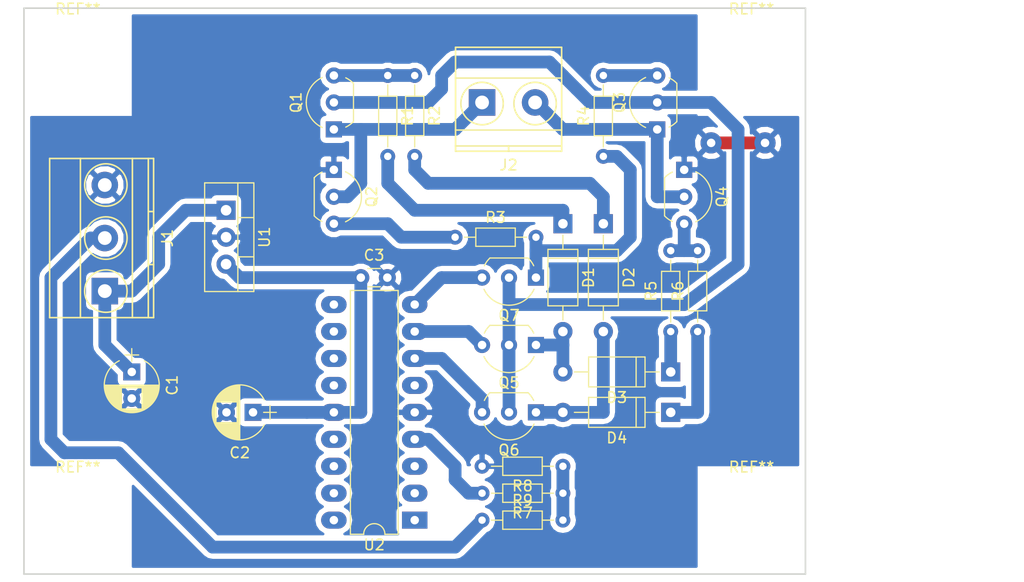
<source format=kicad_pcb>
(kicad_pcb (version 4) (host pcbnew 4.0.7)

  (general
    (links 47)
    (no_connects 1)
    (area 133.274999 26.594999 207.085001 80.085001)
    (thickness 1.6)
    (drawings 4)
    (tracks 100)
    (zones 0)
    (modules 32)
    (nets 35)
  )

  (page A4)
  (layers
    (0 F.Cu signal)
    (31 B.Cu signal)
    (32 B.Adhes user)
    (33 F.Adhes user)
    (34 B.Paste user)
    (35 F.Paste user)
    (36 B.SilkS user)
    (37 F.SilkS user)
    (38 B.Mask user)
    (39 F.Mask user)
    (40 Dwgs.User user)
    (41 Cmts.User user hide)
    (42 Eco1.User user)
    (43 Eco2.User user)
    (44 Edge.Cuts user)
    (45 Margin user)
    (46 B.CrtYd user)
    (47 F.CrtYd user)
    (48 B.Fab user)
    (49 F.Fab user)
  )

  (setup
    (last_trace_width 1.2)
    (trace_clearance 0.4)
    (zone_clearance 0.508)
    (zone_45_only yes)
    (trace_min 0.2)
    (segment_width 0.2)
    (edge_width 0.15)
    (via_size 0.6)
    (via_drill 0.4)
    (via_min_size 0.4)
    (via_min_drill 0.3)
    (uvia_size 0.3)
    (uvia_drill 0.1)
    (uvias_allowed no)
    (uvia_min_size 0.2)
    (uvia_min_drill 0.1)
    (pcb_text_width 0.3)
    (pcb_text_size 1.5 1.5)
    (mod_edge_width 0.15)
    (mod_text_size 1 1)
    (mod_text_width 0.15)
    (pad_size 1.99898 1.99898)
    (pad_drill 0.8001)
    (pad_to_mask_clearance 0.2)
    (aux_axis_origin 0 0)
    (visible_elements 7FFFFFFF)
    (pcbplotparams
      (layerselection 0x00030_80000001)
      (usegerberextensions false)
      (excludeedgelayer true)
      (linewidth 0.100000)
      (plotframeref false)
      (viasonmask false)
      (mode 1)
      (useauxorigin false)
      (hpglpennumber 1)
      (hpglpenspeed 20)
      (hpglpendiameter 15)
      (hpglpenoverlay 2)
      (psnegative false)
      (psa4output false)
      (plotreference true)
      (plotvalue true)
      (plotinvisibletext false)
      (padsonsilk false)
      (subtractmaskfromsilk false)
      (outputformat 1)
      (mirror false)
      (drillshape 1)
      (scaleselection 1)
      (outputdirectory ""))
  )

  (net 0 "")
  (net 1 "Net-(C1-Pad1)")
  (net 2 GND)
  (net 3 VCC)
  (net 4 "Net-(D1-Pad1)")
  (net 5 M_HOLD)
  (net 6 "Net-(D2-Pad1)")
  (net 7 M_OPEN)
  (net 8 "Net-(D3-Pad1)")
  (net 9 "Net-(D4-Pad1)")
  (net 10 INPUT)
  (net 11 "Net-(J2-Pad1)")
  (net 12 "Net-(J2-Pad2)")
  (net 13 "Net-(Q1-Pad3)")
  (net 14 "Net-(Q2-Pad3)")
  (net 15 "Net-(Q3-Pad3)")
  (net 16 "Net-(Q4-Pad3)")
  (net 17 HOLD)
  (net 18 OPEN)
  (net 19 CLOSE)
  (net 20 M_CLOSE)
  (net 21 "Net-(U2-Pad1)")
  (net 22 "Net-(U2-Pad10)")
  (net 23 "Net-(U2-Pad2)")
  (net 24 "Net-(U2-Pad11)")
  (net 25 "Net-(U2-Pad3)")
  (net 26 "Net-(U2-Pad12)")
  (net 27 "Net-(U2-Pad13)")
  (net 28 "Net-(U2-Pad15)")
  (net 29 "Net-(U2-Pad16)")
  (net 30 "Net-(U2-Pad17)")
  (net 31 "Net-(U2-Pad18)")
  (net 32 "Net-(R7-Pad2)")
  (net 33 "Net-(U2-Pad6)")
  (net 34 "Net-(R7-Pad1)")

  (net_class Default "This is the default net class."
    (clearance 0.4)
    (trace_width 1.2)
    (via_dia 0.6)
    (via_drill 0.4)
    (uvia_dia 0.3)
    (uvia_drill 0.1)
    (add_net CLOSE)
    (add_net GND)
    (add_net HOLD)
    (add_net INPUT)
    (add_net M_CLOSE)
    (add_net M_HOLD)
    (add_net M_OPEN)
    (add_net "Net-(C1-Pad1)")
    (add_net "Net-(D1-Pad1)")
    (add_net "Net-(D2-Pad1)")
    (add_net "Net-(D3-Pad1)")
    (add_net "Net-(D4-Pad1)")
    (add_net "Net-(J2-Pad1)")
    (add_net "Net-(J2-Pad2)")
    (add_net "Net-(Q1-Pad3)")
    (add_net "Net-(Q2-Pad3)")
    (add_net "Net-(Q3-Pad3)")
    (add_net "Net-(Q4-Pad3)")
    (add_net "Net-(R7-Pad1)")
    (add_net "Net-(R7-Pad2)")
    (add_net "Net-(U2-Pad1)")
    (add_net "Net-(U2-Pad10)")
    (add_net "Net-(U2-Pad11)")
    (add_net "Net-(U2-Pad12)")
    (add_net "Net-(U2-Pad13)")
    (add_net "Net-(U2-Pad15)")
    (add_net "Net-(U2-Pad16)")
    (add_net "Net-(U2-Pad17)")
    (add_net "Net-(U2-Pad18)")
    (add_net "Net-(U2-Pad2)")
    (add_net "Net-(U2-Pad3)")
    (add_net "Net-(U2-Pad6)")
    (add_net OPEN)
    (add_net VCC)
  )

  (module Wire_Connections_Bridges:WireConnection_0.80mmDrill (layer F.Cu) (tedit 5AC0CDF5) (tstamp 5AC0CB04)
    (at 213.36 44.45)
    (descr "WireConnection with 0.8mm drill")
    (fp_text reference REF** (at -12.7 -3.81) (layer F.SilkS) hide
      (effects (font (size 1 1) (thickness 0.15)))
    )
    (fp_text value WireConnection_0-8mmDrill (at -7.62 1.27 90) (layer F.Fab) hide
      (effects (font (size 1 1) (thickness 0.15)))
    )
    (fp_line (start 14.0716 -3.7592) (end 13.8684 -3.6576) (layer Cmts.User) (width 0.381))
    (fp_line (start 13.8684 -3.6576) (end 13.6398 -3.6576) (layer Cmts.User) (width 0.381))
    (fp_line (start 13.6398 -3.6576) (end 13.4366 -3.7592) (layer Cmts.User) (width 0.381))
    (fp_line (start 13.4366 -3.7592) (end 13.3604 -4.1148) (layer Cmts.User) (width 0.381))
    (fp_line (start 13.3604 -4.1148) (end 13.3604 -4.572) (layer Cmts.User) (width 0.381))
    (fp_line (start 13.3604 -4.572) (end 13.462 -4.6482) (layer Cmts.User) (width 0.381))
    (fp_line (start 13.462 -4.6482) (end 13.7668 -4.7244) (layer Cmts.User) (width 0.381))
    (fp_line (start 13.7668 -4.7244) (end 13.9954 -4.6736) (layer Cmts.User) (width 0.381))
    (fp_line (start 13.9954 -4.6736) (end 14.0462 -4.318) (layer Cmts.User) (width 0.381))
    (fp_line (start 14.0462 -4.318) (end 13.4366 -4.191) (layer Cmts.User) (width 0.381))
    (fp_line (start 13.4366 -4.191) (end 13.4366 -4.2418) (layer Cmts.User) (width 0.381))
    (fp_line (start 12.7508 -3.7084) (end 12.4206 -3.7084) (layer Cmts.User) (width 0.381))
    (fp_line (start 12.4206 -3.7084) (end 12.2174 -3.7084) (layer Cmts.User) (width 0.381))
    (fp_line (start 12.2174 -3.7084) (end 12.0396 -3.8608) (layer Cmts.User) (width 0.381))
    (fp_line (start 12.0396 -3.8608) (end 12.0396 -4.2418) (layer Cmts.User) (width 0.381))
    (fp_line (start 12.0396 -4.2418) (end 12.1412 -4.572) (layer Cmts.User) (width 0.381))
    (fp_line (start 12.1412 -4.572) (end 12.2936 -4.6482) (layer Cmts.User) (width 0.381))
    (fp_line (start 12.2936 -4.6482) (end 12.573 -4.6482) (layer Cmts.User) (width 0.381))
    (fp_line (start 12.573 -4.6482) (end 12.7508 -4.572) (layer Cmts.User) (width 0.381))
    (fp_line (start 12.7508 -4.572) (end 12.7762 -4.2672) (layer Cmts.User) (width 0.381))
    (fp_line (start 12.7762 -4.2672) (end 12.1412 -4.2418) (layer Cmts.User) (width 0.381))
    (fp_line (start 11.2268 -4.5212) (end 11.6078 -4.6736) (layer Cmts.User) (width 0.381))
    (fp_line (start 11.6078 -4.6736) (end 11.6332 -4.6736) (layer Cmts.User) (width 0.381))
    (fp_line (start 11.2014 -4.7244) (end 11.2014 -3.6576) (layer Cmts.User) (width 0.381))
    (fp_line (start 9.9822 -4.6736) (end 10.668 -4.7244) (layer Cmts.User) (width 0.381))
    (fp_line (start 10.7188 -5.207) (end 10.541 -5.207) (layer Cmts.User) (width 0.381))
    (fp_line (start 10.541 -5.207) (end 10.3886 -5.08) (layer Cmts.User) (width 0.381))
    (fp_line (start 10.3886 -5.08) (end 10.3378 -3.7084) (layer Cmts.User) (width 0.381))
    (fp_line (start 8.4328 -4.5974) (end 8.3058 -4.6736) (layer Cmts.User) (width 0.381))
    (fp_line (start 8.3058 -4.6736) (end 8.0264 -4.6736) (layer Cmts.User) (width 0.381))
    (fp_line (start 8.0264 -4.6736) (end 7.874 -4.445) (layer Cmts.User) (width 0.381))
    (fp_line (start 7.874 -4.445) (end 7.8994 -4.2672) (layer Cmts.User) (width 0.381))
    (fp_line (start 7.8994 -4.2672) (end 8.1788 -4.191) (layer Cmts.User) (width 0.381))
    (fp_line (start 8.1788 -4.191) (end 8.4328 -4.1148) (layer Cmts.User) (width 0.381))
    (fp_line (start 8.4328 -4.1148) (end 8.4836 -3.8354) (layer Cmts.User) (width 0.381))
    (fp_line (start 8.4836 -3.8354) (end 8.2804 -3.6576) (layer Cmts.User) (width 0.381))
    (fp_line (start 8.2804 -3.6576) (end 7.8994 -3.7084) (layer Cmts.User) (width 0.381))
    (fp_line (start 7.1628 -3.6576) (end 6.8072 -3.7592) (layer Cmts.User) (width 0.381))
    (fp_line (start 6.8072 -3.7592) (end 6.604 -3.8354) (layer Cmts.User) (width 0.381))
    (fp_line (start 6.604 -3.8354) (end 6.477 -4.1656) (layer Cmts.User) (width 0.381))
    (fp_line (start 6.477 -4.1656) (end 6.477 -4.4704) (layer Cmts.User) (width 0.381))
    (fp_line (start 6.477 -4.4704) (end 6.6802 -4.6736) (layer Cmts.User) (width 0.381))
    (fp_line (start 6.6802 -4.6736) (end 7.0104 -4.7244) (layer Cmts.User) (width 0.381))
    (fp_line (start 7.2136 -5.207) (end 7.2136 -3.6576) (layer Cmts.User) (width 0.381))
    (fp_line (start 5.715 -3.6576) (end 5.2578 -3.7084) (layer Cmts.User) (width 0.381))
    (fp_line (start 5.2578 -3.7084) (end 5.1054 -3.9116) (layer Cmts.User) (width 0.381))
    (fp_line (start 5.1054 -3.9116) (end 5.1308 -4.191) (layer Cmts.User) (width 0.381))
    (fp_line (start 5.1308 -4.191) (end 5.842 -4.2418) (layer Cmts.User) (width 0.381))
    (fp_line (start 5.1054 -4.572) (end 5.3848 -4.7244) (layer Cmts.User) (width 0.381))
    (fp_line (start 5.3848 -4.7244) (end 5.6388 -4.6482) (layer Cmts.User) (width 0.381))
    (fp_line (start 5.6388 -4.6482) (end 5.7912 -4.4704) (layer Cmts.User) (width 0.381))
    (fp_line (start 5.7912 -4.4704) (end 5.842 -3.6322) (layer Cmts.User) (width 0.381))
    (fp_line (start 3.6068 -3.6576) (end 3.6322 -5.2578) (layer Cmts.User) (width 0.381))
    (fp_line (start 3.6322 -5.2578) (end 4.0894 -5.2578) (layer Cmts.User) (width 0.381))
    (fp_line (start 4.0894 -5.2578) (end 4.3688 -5.1308) (layer Cmts.User) (width 0.381))
    (fp_line (start 4.3688 -5.1308) (end 4.4958 -4.8768) (layer Cmts.User) (width 0.381))
    (fp_line (start 4.4958 -4.8768) (end 4.4958 -4.5974) (layer Cmts.User) (width 0.381))
    (fp_line (start 4.4958 -4.5974) (end 4.3688 -4.3942) (layer Cmts.User) (width 0.381))
    (fp_line (start 4.3688 -4.3942) (end 4.0894 -4.445) (layer Cmts.User) (width 0.381))
    (fp_line (start 4.0894 -4.445) (end 3.6322 -4.445) (layer Cmts.User) (width 0.381))
    (fp_line (start 1.778 -3.7592) (end 1.524 -3.6576) (layer Cmts.User) (width 0.381))
    (fp_line (start 1.524 -3.6576) (end 1.27 -3.7592) (layer Cmts.User) (width 0.381))
    (fp_line (start 1.27 -3.7592) (end 1.1176 -3.9116) (layer Cmts.User) (width 0.381))
    (fp_line (start 1.1176 -3.9116) (end 1.0414 -4.318) (layer Cmts.User) (width 0.381))
    (fp_line (start 1.0414 -4.318) (end 1.1684 -4.572) (layer Cmts.User) (width 0.381))
    (fp_line (start 1.1684 -4.572) (end 1.3716 -4.6736) (layer Cmts.User) (width 0.381))
    (fp_line (start 1.3716 -4.6736) (end 1.651 -4.6482) (layer Cmts.User) (width 0.381))
    (fp_line (start 1.651 -4.6482) (end 1.8034 -4.5212) (layer Cmts.User) (width 0.381))
    (fp_line (start 1.8034 -4.5212) (end 1.8034 -4.318) (layer Cmts.User) (width 0.381))
    (fp_line (start 1.8034 -4.318) (end 1.1684 -4.2418) (layer Cmts.User) (width 0.381))
    (fp_line (start -0.1524 -4.7244) (end 0.3048 -3.6576) (layer Cmts.User) (width 0.381))
    (fp_line (start 0.3048 -3.6576) (end 0.5842 -4.6736) (layer Cmts.User) (width 0.381))
    (fp_line (start 0.5842 -4.6736) (end 0.5588 -4.6736) (layer Cmts.User) (width 0.381))
    (fp_line (start -1.4732 -4.3942) (end -1.4732 -3.9116) (layer Cmts.User) (width 0.381))
    (fp_line (start -1.4732 -3.9116) (end -1.27 -3.7084) (layer Cmts.User) (width 0.381))
    (fp_line (start -1.27 -3.7084) (end -1.0414 -3.6576) (layer Cmts.User) (width 0.381))
    (fp_line (start -1.0414 -3.6576) (end -0.762 -3.7846) (layer Cmts.User) (width 0.381))
    (fp_line (start -0.762 -3.7846) (end -0.6604 -3.9878) (layer Cmts.User) (width 0.381))
    (fp_line (start -0.6604 -3.9878) (end -0.6604 -4.445) (layer Cmts.User) (width 0.381))
    (fp_line (start -0.6604 -4.445) (end -0.8382 -4.6482) (layer Cmts.User) (width 0.381))
    (fp_line (start -0.8382 -4.6482) (end -1.1176 -4.7244) (layer Cmts.User) (width 0.381))
    (fp_line (start -1.1176 -4.7244) (end -1.4478 -4.4704) (layer Cmts.User) (width 0.381))
    (fp_line (start -3.0988 -3.6322) (end -3.0988 -5.2578) (layer Cmts.User) (width 0.381))
    (fp_line (start -3.0988 -5.2578) (end -2.6162 -4.1148) (layer Cmts.User) (width 0.381))
    (fp_line (start -2.6162 -4.1148) (end -2.1336 -5.1816) (layer Cmts.User) (width 0.381))
    (fp_line (start -2.1336 -5.1816) (end -2.1336 -3.6322) (layer Cmts.User) (width 0.381))
    (pad 1 thru_hole circle (at -15.24 -5.08) (size 1.99898 1.99898) (drill 0.8001) (layers *.Cu *.Mask)
      (net 2 GND))
    (pad 2 thru_hole circle (at -10.16 -5.08) (size 1.99898 1.99898) (drill 0.8001) (layers *.Cu *.Mask)
      (net 2 GND))
  )

  (module Mounting_Holes:MountingHole_4mm (layer F.Cu) (tedit 56D1B4CB) (tstamp 5AC0C54F)
    (at 201.93 31.75)
    (descr "Mounting Hole 4mm, no annular")
    (tags "mounting hole 4mm no annular")
    (attr virtual)
    (fp_text reference REF** (at 0 -5) (layer F.SilkS)
      (effects (font (size 1 1) (thickness 0.15)))
    )
    (fp_text value MountingHole_4mm (at 0 5) (layer F.Fab)
      (effects (font (size 1 1) (thickness 0.15)))
    )
    (fp_text user %R (at 0.3 0) (layer F.Fab)
      (effects (font (size 1 1) (thickness 0.15)))
    )
    (fp_circle (center 0 0) (end 4 0) (layer Cmts.User) (width 0.15))
    (fp_circle (center 0 0) (end 4.25 0) (layer F.CrtYd) (width 0.05))
    (pad 1 np_thru_hole circle (at 0 0) (size 4 4) (drill 4) (layers *.Cu *.Mask))
  )

  (module Capacitors_THT:CP_Radial_D5.0mm_P2.50mm (layer F.Cu) (tedit 597BC7C2) (tstamp 5AC02BAB)
    (at 143.51 60.96 270)
    (descr "CP, Radial series, Radial, pin pitch=2.50mm, , diameter=5mm, Electrolytic Capacitor")
    (tags "CP Radial series Radial pin pitch 2.50mm  diameter 5mm Electrolytic Capacitor")
    (path /5AC02716)
    (fp_text reference C1 (at 1.25 -3.81 270) (layer F.SilkS)
      (effects (font (size 1 1) (thickness 0.15)))
    )
    (fp_text value 470uF (at 1.25 3.81 270) (layer F.Fab)
      (effects (font (size 1 1) (thickness 0.15)))
    )
    (fp_arc (start 1.25 0) (end -1.05558 -1.18) (angle 125.8) (layer F.SilkS) (width 0.12))
    (fp_arc (start 1.25 0) (end -1.05558 1.18) (angle -125.8) (layer F.SilkS) (width 0.12))
    (fp_arc (start 1.25 0) (end 3.55558 -1.18) (angle 54.2) (layer F.SilkS) (width 0.12))
    (fp_circle (center 1.25 0) (end 3.75 0) (layer F.Fab) (width 0.1))
    (fp_line (start -2.2 0) (end -1 0) (layer F.Fab) (width 0.1))
    (fp_line (start -1.6 -0.65) (end -1.6 0.65) (layer F.Fab) (width 0.1))
    (fp_line (start 1.25 -2.55) (end 1.25 2.55) (layer F.SilkS) (width 0.12))
    (fp_line (start 1.29 -2.55) (end 1.29 2.55) (layer F.SilkS) (width 0.12))
    (fp_line (start 1.33 -2.549) (end 1.33 2.549) (layer F.SilkS) (width 0.12))
    (fp_line (start 1.37 -2.548) (end 1.37 2.548) (layer F.SilkS) (width 0.12))
    (fp_line (start 1.41 -2.546) (end 1.41 2.546) (layer F.SilkS) (width 0.12))
    (fp_line (start 1.45 -2.543) (end 1.45 2.543) (layer F.SilkS) (width 0.12))
    (fp_line (start 1.49 -2.539) (end 1.49 2.539) (layer F.SilkS) (width 0.12))
    (fp_line (start 1.53 -2.535) (end 1.53 -0.98) (layer F.SilkS) (width 0.12))
    (fp_line (start 1.53 0.98) (end 1.53 2.535) (layer F.SilkS) (width 0.12))
    (fp_line (start 1.57 -2.531) (end 1.57 -0.98) (layer F.SilkS) (width 0.12))
    (fp_line (start 1.57 0.98) (end 1.57 2.531) (layer F.SilkS) (width 0.12))
    (fp_line (start 1.61 -2.525) (end 1.61 -0.98) (layer F.SilkS) (width 0.12))
    (fp_line (start 1.61 0.98) (end 1.61 2.525) (layer F.SilkS) (width 0.12))
    (fp_line (start 1.65 -2.519) (end 1.65 -0.98) (layer F.SilkS) (width 0.12))
    (fp_line (start 1.65 0.98) (end 1.65 2.519) (layer F.SilkS) (width 0.12))
    (fp_line (start 1.69 -2.513) (end 1.69 -0.98) (layer F.SilkS) (width 0.12))
    (fp_line (start 1.69 0.98) (end 1.69 2.513) (layer F.SilkS) (width 0.12))
    (fp_line (start 1.73 -2.506) (end 1.73 -0.98) (layer F.SilkS) (width 0.12))
    (fp_line (start 1.73 0.98) (end 1.73 2.506) (layer F.SilkS) (width 0.12))
    (fp_line (start 1.77 -2.498) (end 1.77 -0.98) (layer F.SilkS) (width 0.12))
    (fp_line (start 1.77 0.98) (end 1.77 2.498) (layer F.SilkS) (width 0.12))
    (fp_line (start 1.81 -2.489) (end 1.81 -0.98) (layer F.SilkS) (width 0.12))
    (fp_line (start 1.81 0.98) (end 1.81 2.489) (layer F.SilkS) (width 0.12))
    (fp_line (start 1.85 -2.48) (end 1.85 -0.98) (layer F.SilkS) (width 0.12))
    (fp_line (start 1.85 0.98) (end 1.85 2.48) (layer F.SilkS) (width 0.12))
    (fp_line (start 1.89 -2.47) (end 1.89 -0.98) (layer F.SilkS) (width 0.12))
    (fp_line (start 1.89 0.98) (end 1.89 2.47) (layer F.SilkS) (width 0.12))
    (fp_line (start 1.93 -2.46) (end 1.93 -0.98) (layer F.SilkS) (width 0.12))
    (fp_line (start 1.93 0.98) (end 1.93 2.46) (layer F.SilkS) (width 0.12))
    (fp_line (start 1.971 -2.448) (end 1.971 -0.98) (layer F.SilkS) (width 0.12))
    (fp_line (start 1.971 0.98) (end 1.971 2.448) (layer F.SilkS) (width 0.12))
    (fp_line (start 2.011 -2.436) (end 2.011 -0.98) (layer F.SilkS) (width 0.12))
    (fp_line (start 2.011 0.98) (end 2.011 2.436) (layer F.SilkS) (width 0.12))
    (fp_line (start 2.051 -2.424) (end 2.051 -0.98) (layer F.SilkS) (width 0.12))
    (fp_line (start 2.051 0.98) (end 2.051 2.424) (layer F.SilkS) (width 0.12))
    (fp_line (start 2.091 -2.41) (end 2.091 -0.98) (layer F.SilkS) (width 0.12))
    (fp_line (start 2.091 0.98) (end 2.091 2.41) (layer F.SilkS) (width 0.12))
    (fp_line (start 2.131 -2.396) (end 2.131 -0.98) (layer F.SilkS) (width 0.12))
    (fp_line (start 2.131 0.98) (end 2.131 2.396) (layer F.SilkS) (width 0.12))
    (fp_line (start 2.171 -2.382) (end 2.171 -0.98) (layer F.SilkS) (width 0.12))
    (fp_line (start 2.171 0.98) (end 2.171 2.382) (layer F.SilkS) (width 0.12))
    (fp_line (start 2.211 -2.366) (end 2.211 -0.98) (layer F.SilkS) (width 0.12))
    (fp_line (start 2.211 0.98) (end 2.211 2.366) (layer F.SilkS) (width 0.12))
    (fp_line (start 2.251 -2.35) (end 2.251 -0.98) (layer F.SilkS) (width 0.12))
    (fp_line (start 2.251 0.98) (end 2.251 2.35) (layer F.SilkS) (width 0.12))
    (fp_line (start 2.291 -2.333) (end 2.291 -0.98) (layer F.SilkS) (width 0.12))
    (fp_line (start 2.291 0.98) (end 2.291 2.333) (layer F.SilkS) (width 0.12))
    (fp_line (start 2.331 -2.315) (end 2.331 -0.98) (layer F.SilkS) (width 0.12))
    (fp_line (start 2.331 0.98) (end 2.331 2.315) (layer F.SilkS) (width 0.12))
    (fp_line (start 2.371 -2.296) (end 2.371 -0.98) (layer F.SilkS) (width 0.12))
    (fp_line (start 2.371 0.98) (end 2.371 2.296) (layer F.SilkS) (width 0.12))
    (fp_line (start 2.411 -2.276) (end 2.411 -0.98) (layer F.SilkS) (width 0.12))
    (fp_line (start 2.411 0.98) (end 2.411 2.276) (layer F.SilkS) (width 0.12))
    (fp_line (start 2.451 -2.256) (end 2.451 -0.98) (layer F.SilkS) (width 0.12))
    (fp_line (start 2.451 0.98) (end 2.451 2.256) (layer F.SilkS) (width 0.12))
    (fp_line (start 2.491 -2.234) (end 2.491 -0.98) (layer F.SilkS) (width 0.12))
    (fp_line (start 2.491 0.98) (end 2.491 2.234) (layer F.SilkS) (width 0.12))
    (fp_line (start 2.531 -2.212) (end 2.531 -0.98) (layer F.SilkS) (width 0.12))
    (fp_line (start 2.531 0.98) (end 2.531 2.212) (layer F.SilkS) (width 0.12))
    (fp_line (start 2.571 -2.189) (end 2.571 -0.98) (layer F.SilkS) (width 0.12))
    (fp_line (start 2.571 0.98) (end 2.571 2.189) (layer F.SilkS) (width 0.12))
    (fp_line (start 2.611 -2.165) (end 2.611 -0.98) (layer F.SilkS) (width 0.12))
    (fp_line (start 2.611 0.98) (end 2.611 2.165) (layer F.SilkS) (width 0.12))
    (fp_line (start 2.651 -2.14) (end 2.651 -0.98) (layer F.SilkS) (width 0.12))
    (fp_line (start 2.651 0.98) (end 2.651 2.14) (layer F.SilkS) (width 0.12))
    (fp_line (start 2.691 -2.113) (end 2.691 -0.98) (layer F.SilkS) (width 0.12))
    (fp_line (start 2.691 0.98) (end 2.691 2.113) (layer F.SilkS) (width 0.12))
    (fp_line (start 2.731 -2.086) (end 2.731 -0.98) (layer F.SilkS) (width 0.12))
    (fp_line (start 2.731 0.98) (end 2.731 2.086) (layer F.SilkS) (width 0.12))
    (fp_line (start 2.771 -2.058) (end 2.771 -0.98) (layer F.SilkS) (width 0.12))
    (fp_line (start 2.771 0.98) (end 2.771 2.058) (layer F.SilkS) (width 0.12))
    (fp_line (start 2.811 -2.028) (end 2.811 -0.98) (layer F.SilkS) (width 0.12))
    (fp_line (start 2.811 0.98) (end 2.811 2.028) (layer F.SilkS) (width 0.12))
    (fp_line (start 2.851 -1.997) (end 2.851 -0.98) (layer F.SilkS) (width 0.12))
    (fp_line (start 2.851 0.98) (end 2.851 1.997) (layer F.SilkS) (width 0.12))
    (fp_line (start 2.891 -1.965) (end 2.891 -0.98) (layer F.SilkS) (width 0.12))
    (fp_line (start 2.891 0.98) (end 2.891 1.965) (layer F.SilkS) (width 0.12))
    (fp_line (start 2.931 -1.932) (end 2.931 -0.98) (layer F.SilkS) (width 0.12))
    (fp_line (start 2.931 0.98) (end 2.931 1.932) (layer F.SilkS) (width 0.12))
    (fp_line (start 2.971 -1.897) (end 2.971 -0.98) (layer F.SilkS) (width 0.12))
    (fp_line (start 2.971 0.98) (end 2.971 1.897) (layer F.SilkS) (width 0.12))
    (fp_line (start 3.011 -1.861) (end 3.011 -0.98) (layer F.SilkS) (width 0.12))
    (fp_line (start 3.011 0.98) (end 3.011 1.861) (layer F.SilkS) (width 0.12))
    (fp_line (start 3.051 -1.823) (end 3.051 -0.98) (layer F.SilkS) (width 0.12))
    (fp_line (start 3.051 0.98) (end 3.051 1.823) (layer F.SilkS) (width 0.12))
    (fp_line (start 3.091 -1.783) (end 3.091 -0.98) (layer F.SilkS) (width 0.12))
    (fp_line (start 3.091 0.98) (end 3.091 1.783) (layer F.SilkS) (width 0.12))
    (fp_line (start 3.131 -1.742) (end 3.131 -0.98) (layer F.SilkS) (width 0.12))
    (fp_line (start 3.131 0.98) (end 3.131 1.742) (layer F.SilkS) (width 0.12))
    (fp_line (start 3.171 -1.699) (end 3.171 -0.98) (layer F.SilkS) (width 0.12))
    (fp_line (start 3.171 0.98) (end 3.171 1.699) (layer F.SilkS) (width 0.12))
    (fp_line (start 3.211 -1.654) (end 3.211 -0.98) (layer F.SilkS) (width 0.12))
    (fp_line (start 3.211 0.98) (end 3.211 1.654) (layer F.SilkS) (width 0.12))
    (fp_line (start 3.251 -1.606) (end 3.251 -0.98) (layer F.SilkS) (width 0.12))
    (fp_line (start 3.251 0.98) (end 3.251 1.606) (layer F.SilkS) (width 0.12))
    (fp_line (start 3.291 -1.556) (end 3.291 -0.98) (layer F.SilkS) (width 0.12))
    (fp_line (start 3.291 0.98) (end 3.291 1.556) (layer F.SilkS) (width 0.12))
    (fp_line (start 3.331 -1.504) (end 3.331 -0.98) (layer F.SilkS) (width 0.12))
    (fp_line (start 3.331 0.98) (end 3.331 1.504) (layer F.SilkS) (width 0.12))
    (fp_line (start 3.371 -1.448) (end 3.371 -0.98) (layer F.SilkS) (width 0.12))
    (fp_line (start 3.371 0.98) (end 3.371 1.448) (layer F.SilkS) (width 0.12))
    (fp_line (start 3.411 -1.39) (end 3.411 -0.98) (layer F.SilkS) (width 0.12))
    (fp_line (start 3.411 0.98) (end 3.411 1.39) (layer F.SilkS) (width 0.12))
    (fp_line (start 3.451 -1.327) (end 3.451 -0.98) (layer F.SilkS) (width 0.12))
    (fp_line (start 3.451 0.98) (end 3.451 1.327) (layer F.SilkS) (width 0.12))
    (fp_line (start 3.491 -1.261) (end 3.491 1.261) (layer F.SilkS) (width 0.12))
    (fp_line (start 3.531 -1.189) (end 3.531 1.189) (layer F.SilkS) (width 0.12))
    (fp_line (start 3.571 -1.112) (end 3.571 1.112) (layer F.SilkS) (width 0.12))
    (fp_line (start 3.611 -1.028) (end 3.611 1.028) (layer F.SilkS) (width 0.12))
    (fp_line (start 3.651 -0.934) (end 3.651 0.934) (layer F.SilkS) (width 0.12))
    (fp_line (start 3.691 -0.829) (end 3.691 0.829) (layer F.SilkS) (width 0.12))
    (fp_line (start 3.731 -0.707) (end 3.731 0.707) (layer F.SilkS) (width 0.12))
    (fp_line (start 3.771 -0.559) (end 3.771 0.559) (layer F.SilkS) (width 0.12))
    (fp_line (start 3.811 -0.354) (end 3.811 0.354) (layer F.SilkS) (width 0.12))
    (fp_line (start -2.2 0) (end -1 0) (layer F.SilkS) (width 0.12))
    (fp_line (start -1.6 -0.65) (end -1.6 0.65) (layer F.SilkS) (width 0.12))
    (fp_line (start -1.6 -2.85) (end -1.6 2.85) (layer F.CrtYd) (width 0.05))
    (fp_line (start -1.6 2.85) (end 4.1 2.85) (layer F.CrtYd) (width 0.05))
    (fp_line (start 4.1 2.85) (end 4.1 -2.85) (layer F.CrtYd) (width 0.05))
    (fp_line (start 4.1 -2.85) (end -1.6 -2.85) (layer F.CrtYd) (width 0.05))
    (fp_text user %R (at 1.25 0 270) (layer F.Fab)
      (effects (font (size 1 1) (thickness 0.15)))
    )
    (pad 1 thru_hole rect (at 0 0 270) (size 1.6 1.6) (drill 0.8) (layers *.Cu *.Mask)
      (net 1 "Net-(C1-Pad1)"))
    (pad 2 thru_hole circle (at 2.5 0 270) (size 1.6 1.6) (drill 0.8) (layers *.Cu *.Mask)
      (net 2 GND))
    (model ${KISYS3DMOD}/Capacitors_THT.3dshapes/CP_Radial_D5.0mm_P2.50mm.wrl
      (at (xyz 0 0 0))
      (scale (xyz 1 1 1))
      (rotate (xyz 0 0 0))
    )
  )

  (module Capacitors_THT:CP_Radial_D5.0mm_P2.50mm (layer F.Cu) (tedit 597BC7C2) (tstamp 5AC02BB1)
    (at 154.94 64.77 180)
    (descr "CP, Radial series, Radial, pin pitch=2.50mm, , diameter=5mm, Electrolytic Capacitor")
    (tags "CP Radial series Radial pin pitch 2.50mm  diameter 5mm Electrolytic Capacitor")
    (path /5AC02807)
    (fp_text reference C2 (at 1.25 -3.81 180) (layer F.SilkS)
      (effects (font (size 1 1) (thickness 0.15)))
    )
    (fp_text value 470uF (at 1.25 3.81 180) (layer F.Fab)
      (effects (font (size 1 1) (thickness 0.15)))
    )
    (fp_arc (start 1.25 0) (end -1.05558 -1.18) (angle 125.8) (layer F.SilkS) (width 0.12))
    (fp_arc (start 1.25 0) (end -1.05558 1.18) (angle -125.8) (layer F.SilkS) (width 0.12))
    (fp_arc (start 1.25 0) (end 3.55558 -1.18) (angle 54.2) (layer F.SilkS) (width 0.12))
    (fp_circle (center 1.25 0) (end 3.75 0) (layer F.Fab) (width 0.1))
    (fp_line (start -2.2 0) (end -1 0) (layer F.Fab) (width 0.1))
    (fp_line (start -1.6 -0.65) (end -1.6 0.65) (layer F.Fab) (width 0.1))
    (fp_line (start 1.25 -2.55) (end 1.25 2.55) (layer F.SilkS) (width 0.12))
    (fp_line (start 1.29 -2.55) (end 1.29 2.55) (layer F.SilkS) (width 0.12))
    (fp_line (start 1.33 -2.549) (end 1.33 2.549) (layer F.SilkS) (width 0.12))
    (fp_line (start 1.37 -2.548) (end 1.37 2.548) (layer F.SilkS) (width 0.12))
    (fp_line (start 1.41 -2.546) (end 1.41 2.546) (layer F.SilkS) (width 0.12))
    (fp_line (start 1.45 -2.543) (end 1.45 2.543) (layer F.SilkS) (width 0.12))
    (fp_line (start 1.49 -2.539) (end 1.49 2.539) (layer F.SilkS) (width 0.12))
    (fp_line (start 1.53 -2.535) (end 1.53 -0.98) (layer F.SilkS) (width 0.12))
    (fp_line (start 1.53 0.98) (end 1.53 2.535) (layer F.SilkS) (width 0.12))
    (fp_line (start 1.57 -2.531) (end 1.57 -0.98) (layer F.SilkS) (width 0.12))
    (fp_line (start 1.57 0.98) (end 1.57 2.531) (layer F.SilkS) (width 0.12))
    (fp_line (start 1.61 -2.525) (end 1.61 -0.98) (layer F.SilkS) (width 0.12))
    (fp_line (start 1.61 0.98) (end 1.61 2.525) (layer F.SilkS) (width 0.12))
    (fp_line (start 1.65 -2.519) (end 1.65 -0.98) (layer F.SilkS) (width 0.12))
    (fp_line (start 1.65 0.98) (end 1.65 2.519) (layer F.SilkS) (width 0.12))
    (fp_line (start 1.69 -2.513) (end 1.69 -0.98) (layer F.SilkS) (width 0.12))
    (fp_line (start 1.69 0.98) (end 1.69 2.513) (layer F.SilkS) (width 0.12))
    (fp_line (start 1.73 -2.506) (end 1.73 -0.98) (layer F.SilkS) (width 0.12))
    (fp_line (start 1.73 0.98) (end 1.73 2.506) (layer F.SilkS) (width 0.12))
    (fp_line (start 1.77 -2.498) (end 1.77 -0.98) (layer F.SilkS) (width 0.12))
    (fp_line (start 1.77 0.98) (end 1.77 2.498) (layer F.SilkS) (width 0.12))
    (fp_line (start 1.81 -2.489) (end 1.81 -0.98) (layer F.SilkS) (width 0.12))
    (fp_line (start 1.81 0.98) (end 1.81 2.489) (layer F.SilkS) (width 0.12))
    (fp_line (start 1.85 -2.48) (end 1.85 -0.98) (layer F.SilkS) (width 0.12))
    (fp_line (start 1.85 0.98) (end 1.85 2.48) (layer F.SilkS) (width 0.12))
    (fp_line (start 1.89 -2.47) (end 1.89 -0.98) (layer F.SilkS) (width 0.12))
    (fp_line (start 1.89 0.98) (end 1.89 2.47) (layer F.SilkS) (width 0.12))
    (fp_line (start 1.93 -2.46) (end 1.93 -0.98) (layer F.SilkS) (width 0.12))
    (fp_line (start 1.93 0.98) (end 1.93 2.46) (layer F.SilkS) (width 0.12))
    (fp_line (start 1.971 -2.448) (end 1.971 -0.98) (layer F.SilkS) (width 0.12))
    (fp_line (start 1.971 0.98) (end 1.971 2.448) (layer F.SilkS) (width 0.12))
    (fp_line (start 2.011 -2.436) (end 2.011 -0.98) (layer F.SilkS) (width 0.12))
    (fp_line (start 2.011 0.98) (end 2.011 2.436) (layer F.SilkS) (width 0.12))
    (fp_line (start 2.051 -2.424) (end 2.051 -0.98) (layer F.SilkS) (width 0.12))
    (fp_line (start 2.051 0.98) (end 2.051 2.424) (layer F.SilkS) (width 0.12))
    (fp_line (start 2.091 -2.41) (end 2.091 -0.98) (layer F.SilkS) (width 0.12))
    (fp_line (start 2.091 0.98) (end 2.091 2.41) (layer F.SilkS) (width 0.12))
    (fp_line (start 2.131 -2.396) (end 2.131 -0.98) (layer F.SilkS) (width 0.12))
    (fp_line (start 2.131 0.98) (end 2.131 2.396) (layer F.SilkS) (width 0.12))
    (fp_line (start 2.171 -2.382) (end 2.171 -0.98) (layer F.SilkS) (width 0.12))
    (fp_line (start 2.171 0.98) (end 2.171 2.382) (layer F.SilkS) (width 0.12))
    (fp_line (start 2.211 -2.366) (end 2.211 -0.98) (layer F.SilkS) (width 0.12))
    (fp_line (start 2.211 0.98) (end 2.211 2.366) (layer F.SilkS) (width 0.12))
    (fp_line (start 2.251 -2.35) (end 2.251 -0.98) (layer F.SilkS) (width 0.12))
    (fp_line (start 2.251 0.98) (end 2.251 2.35) (layer F.SilkS) (width 0.12))
    (fp_line (start 2.291 -2.333) (end 2.291 -0.98) (layer F.SilkS) (width 0.12))
    (fp_line (start 2.291 0.98) (end 2.291 2.333) (layer F.SilkS) (width 0.12))
    (fp_line (start 2.331 -2.315) (end 2.331 -0.98) (layer F.SilkS) (width 0.12))
    (fp_line (start 2.331 0.98) (end 2.331 2.315) (layer F.SilkS) (width 0.12))
    (fp_line (start 2.371 -2.296) (end 2.371 -0.98) (layer F.SilkS) (width 0.12))
    (fp_line (start 2.371 0.98) (end 2.371 2.296) (layer F.SilkS) (width 0.12))
    (fp_line (start 2.411 -2.276) (end 2.411 -0.98) (layer F.SilkS) (width 0.12))
    (fp_line (start 2.411 0.98) (end 2.411 2.276) (layer F.SilkS) (width 0.12))
    (fp_line (start 2.451 -2.256) (end 2.451 -0.98) (layer F.SilkS) (width 0.12))
    (fp_line (start 2.451 0.98) (end 2.451 2.256) (layer F.SilkS) (width 0.12))
    (fp_line (start 2.491 -2.234) (end 2.491 -0.98) (layer F.SilkS) (width 0.12))
    (fp_line (start 2.491 0.98) (end 2.491 2.234) (layer F.SilkS) (width 0.12))
    (fp_line (start 2.531 -2.212) (end 2.531 -0.98) (layer F.SilkS) (width 0.12))
    (fp_line (start 2.531 0.98) (end 2.531 2.212) (layer F.SilkS) (width 0.12))
    (fp_line (start 2.571 -2.189) (end 2.571 -0.98) (layer F.SilkS) (width 0.12))
    (fp_line (start 2.571 0.98) (end 2.571 2.189) (layer F.SilkS) (width 0.12))
    (fp_line (start 2.611 -2.165) (end 2.611 -0.98) (layer F.SilkS) (width 0.12))
    (fp_line (start 2.611 0.98) (end 2.611 2.165) (layer F.SilkS) (width 0.12))
    (fp_line (start 2.651 -2.14) (end 2.651 -0.98) (layer F.SilkS) (width 0.12))
    (fp_line (start 2.651 0.98) (end 2.651 2.14) (layer F.SilkS) (width 0.12))
    (fp_line (start 2.691 -2.113) (end 2.691 -0.98) (layer F.SilkS) (width 0.12))
    (fp_line (start 2.691 0.98) (end 2.691 2.113) (layer F.SilkS) (width 0.12))
    (fp_line (start 2.731 -2.086) (end 2.731 -0.98) (layer F.SilkS) (width 0.12))
    (fp_line (start 2.731 0.98) (end 2.731 2.086) (layer F.SilkS) (width 0.12))
    (fp_line (start 2.771 -2.058) (end 2.771 -0.98) (layer F.SilkS) (width 0.12))
    (fp_line (start 2.771 0.98) (end 2.771 2.058) (layer F.SilkS) (width 0.12))
    (fp_line (start 2.811 -2.028) (end 2.811 -0.98) (layer F.SilkS) (width 0.12))
    (fp_line (start 2.811 0.98) (end 2.811 2.028) (layer F.SilkS) (width 0.12))
    (fp_line (start 2.851 -1.997) (end 2.851 -0.98) (layer F.SilkS) (width 0.12))
    (fp_line (start 2.851 0.98) (end 2.851 1.997) (layer F.SilkS) (width 0.12))
    (fp_line (start 2.891 -1.965) (end 2.891 -0.98) (layer F.SilkS) (width 0.12))
    (fp_line (start 2.891 0.98) (end 2.891 1.965) (layer F.SilkS) (width 0.12))
    (fp_line (start 2.931 -1.932) (end 2.931 -0.98) (layer F.SilkS) (width 0.12))
    (fp_line (start 2.931 0.98) (end 2.931 1.932) (layer F.SilkS) (width 0.12))
    (fp_line (start 2.971 -1.897) (end 2.971 -0.98) (layer F.SilkS) (width 0.12))
    (fp_line (start 2.971 0.98) (end 2.971 1.897) (layer F.SilkS) (width 0.12))
    (fp_line (start 3.011 -1.861) (end 3.011 -0.98) (layer F.SilkS) (width 0.12))
    (fp_line (start 3.011 0.98) (end 3.011 1.861) (layer F.SilkS) (width 0.12))
    (fp_line (start 3.051 -1.823) (end 3.051 -0.98) (layer F.SilkS) (width 0.12))
    (fp_line (start 3.051 0.98) (end 3.051 1.823) (layer F.SilkS) (width 0.12))
    (fp_line (start 3.091 -1.783) (end 3.091 -0.98) (layer F.SilkS) (width 0.12))
    (fp_line (start 3.091 0.98) (end 3.091 1.783) (layer F.SilkS) (width 0.12))
    (fp_line (start 3.131 -1.742) (end 3.131 -0.98) (layer F.SilkS) (width 0.12))
    (fp_line (start 3.131 0.98) (end 3.131 1.742) (layer F.SilkS) (width 0.12))
    (fp_line (start 3.171 -1.699) (end 3.171 -0.98) (layer F.SilkS) (width 0.12))
    (fp_line (start 3.171 0.98) (end 3.171 1.699) (layer F.SilkS) (width 0.12))
    (fp_line (start 3.211 -1.654) (end 3.211 -0.98) (layer F.SilkS) (width 0.12))
    (fp_line (start 3.211 0.98) (end 3.211 1.654) (layer F.SilkS) (width 0.12))
    (fp_line (start 3.251 -1.606) (end 3.251 -0.98) (layer F.SilkS) (width 0.12))
    (fp_line (start 3.251 0.98) (end 3.251 1.606) (layer F.SilkS) (width 0.12))
    (fp_line (start 3.291 -1.556) (end 3.291 -0.98) (layer F.SilkS) (width 0.12))
    (fp_line (start 3.291 0.98) (end 3.291 1.556) (layer F.SilkS) (width 0.12))
    (fp_line (start 3.331 -1.504) (end 3.331 -0.98) (layer F.SilkS) (width 0.12))
    (fp_line (start 3.331 0.98) (end 3.331 1.504) (layer F.SilkS) (width 0.12))
    (fp_line (start 3.371 -1.448) (end 3.371 -0.98) (layer F.SilkS) (width 0.12))
    (fp_line (start 3.371 0.98) (end 3.371 1.448) (layer F.SilkS) (width 0.12))
    (fp_line (start 3.411 -1.39) (end 3.411 -0.98) (layer F.SilkS) (width 0.12))
    (fp_line (start 3.411 0.98) (end 3.411 1.39) (layer F.SilkS) (width 0.12))
    (fp_line (start 3.451 -1.327) (end 3.451 -0.98) (layer F.SilkS) (width 0.12))
    (fp_line (start 3.451 0.98) (end 3.451 1.327) (layer F.SilkS) (width 0.12))
    (fp_line (start 3.491 -1.261) (end 3.491 1.261) (layer F.SilkS) (width 0.12))
    (fp_line (start 3.531 -1.189) (end 3.531 1.189) (layer F.SilkS) (width 0.12))
    (fp_line (start 3.571 -1.112) (end 3.571 1.112) (layer F.SilkS) (width 0.12))
    (fp_line (start 3.611 -1.028) (end 3.611 1.028) (layer F.SilkS) (width 0.12))
    (fp_line (start 3.651 -0.934) (end 3.651 0.934) (layer F.SilkS) (width 0.12))
    (fp_line (start 3.691 -0.829) (end 3.691 0.829) (layer F.SilkS) (width 0.12))
    (fp_line (start 3.731 -0.707) (end 3.731 0.707) (layer F.SilkS) (width 0.12))
    (fp_line (start 3.771 -0.559) (end 3.771 0.559) (layer F.SilkS) (width 0.12))
    (fp_line (start 3.811 -0.354) (end 3.811 0.354) (layer F.SilkS) (width 0.12))
    (fp_line (start -2.2 0) (end -1 0) (layer F.SilkS) (width 0.12))
    (fp_line (start -1.6 -0.65) (end -1.6 0.65) (layer F.SilkS) (width 0.12))
    (fp_line (start -1.6 -2.85) (end -1.6 2.85) (layer F.CrtYd) (width 0.05))
    (fp_line (start -1.6 2.85) (end 4.1 2.85) (layer F.CrtYd) (width 0.05))
    (fp_line (start 4.1 2.85) (end 4.1 -2.85) (layer F.CrtYd) (width 0.05))
    (fp_line (start 4.1 -2.85) (end -1.6 -2.85) (layer F.CrtYd) (width 0.05))
    (fp_text user %R (at 1.25 0 180) (layer F.Fab)
      (effects (font (size 1 1) (thickness 0.15)))
    )
    (pad 1 thru_hole rect (at 0 0 180) (size 1.6 1.6) (drill 0.8) (layers *.Cu *.Mask)
      (net 3 VCC))
    (pad 2 thru_hole circle (at 2.5 0 180) (size 1.6 1.6) (drill 0.8) (layers *.Cu *.Mask)
      (net 2 GND))
    (model ${KISYS3DMOD}/Capacitors_THT.3dshapes/CP_Radial_D5.0mm_P2.50mm.wrl
      (at (xyz 0 0 0))
      (scale (xyz 1 1 1))
      (rotate (xyz 0 0 0))
    )
  )

  (module Capacitors_THT:C_Disc_D3.0mm_W1.6mm_P2.50mm (layer F.Cu) (tedit 597BC7C2) (tstamp 5AC02BB7)
    (at 165.1 52.07)
    (descr "C, Disc series, Radial, pin pitch=2.50mm, , diameter*width=3.0*1.6mm^2, Capacitor, http://www.vishay.com/docs/45233/krseries.pdf")
    (tags "C Disc series Radial pin pitch 2.50mm  diameter 3.0mm width 1.6mm Capacitor")
    (path /5AC02137)
    (fp_text reference C3 (at 1.25 -2.11) (layer F.SilkS)
      (effects (font (size 1 1) (thickness 0.15)))
    )
    (fp_text value 10nF (at 1.25 2.11) (layer F.Fab)
      (effects (font (size 1 1) (thickness 0.15)))
    )
    (fp_line (start -0.25 -0.8) (end -0.25 0.8) (layer F.Fab) (width 0.1))
    (fp_line (start -0.25 0.8) (end 2.75 0.8) (layer F.Fab) (width 0.1))
    (fp_line (start 2.75 0.8) (end 2.75 -0.8) (layer F.Fab) (width 0.1))
    (fp_line (start 2.75 -0.8) (end -0.25 -0.8) (layer F.Fab) (width 0.1))
    (fp_line (start 0.663 -0.861) (end 1.837 -0.861) (layer F.SilkS) (width 0.12))
    (fp_line (start 0.663 0.861) (end 1.837 0.861) (layer F.SilkS) (width 0.12))
    (fp_line (start -1.05 -1.15) (end -1.05 1.15) (layer F.CrtYd) (width 0.05))
    (fp_line (start -1.05 1.15) (end 3.55 1.15) (layer F.CrtYd) (width 0.05))
    (fp_line (start 3.55 1.15) (end 3.55 -1.15) (layer F.CrtYd) (width 0.05))
    (fp_line (start 3.55 -1.15) (end -1.05 -1.15) (layer F.CrtYd) (width 0.05))
    (fp_text user %R (at 1.25 0) (layer F.Fab)
      (effects (font (size 1 1) (thickness 0.15)))
    )
    (pad 1 thru_hole circle (at 0 0) (size 1.6 1.6) (drill 0.8) (layers *.Cu *.Mask)
      (net 3 VCC))
    (pad 2 thru_hole circle (at 2.5 0) (size 1.6 1.6) (drill 0.8) (layers *.Cu *.Mask)
      (net 2 GND))
    (model ${KISYS3DMOD}/Capacitors_THT.3dshapes/C_Disc_D3.0mm_W1.6mm_P2.50mm.wrl
      (at (xyz 0 0 0))
      (scale (xyz 1 1 1))
      (rotate (xyz 0 0 0))
    )
  )

  (module Diodes_THT:D_A-405_P10.16mm_Horizontal (layer F.Cu) (tedit 5921392E) (tstamp 5AC02BBD)
    (at 184.15 46.99 270)
    (descr "D, A-405 series, Axial, Horizontal, pin pitch=10.16mm, , length*diameter=5.2*2.7mm^2, , http://www.diodes.com/_files/packages/A-405.pdf")
    (tags "D A-405 series Axial Horizontal pin pitch 10.16mm  length 5.2mm diameter 2.7mm")
    (path /5AC01A52)
    (fp_text reference D1 (at 5.08 -2.41 270) (layer F.SilkS)
      (effects (font (size 1 1) (thickness 0.15)))
    )
    (fp_text value D (at 5.08 2.41 270) (layer F.Fab)
      (effects (font (size 1 1) (thickness 0.15)))
    )
    (fp_text user %R (at 5.08 0 270) (layer F.Fab)
      (effects (font (size 1 1) (thickness 0.15)))
    )
    (fp_line (start 2.48 -1.35) (end 2.48 1.35) (layer F.Fab) (width 0.1))
    (fp_line (start 2.48 1.35) (end 7.68 1.35) (layer F.Fab) (width 0.1))
    (fp_line (start 7.68 1.35) (end 7.68 -1.35) (layer F.Fab) (width 0.1))
    (fp_line (start 7.68 -1.35) (end 2.48 -1.35) (layer F.Fab) (width 0.1))
    (fp_line (start 0 0) (end 2.48 0) (layer F.Fab) (width 0.1))
    (fp_line (start 10.16 0) (end 7.68 0) (layer F.Fab) (width 0.1))
    (fp_line (start 3.26 -1.35) (end 3.26 1.35) (layer F.Fab) (width 0.1))
    (fp_line (start 2.42 -1.41) (end 2.42 1.41) (layer F.SilkS) (width 0.12))
    (fp_line (start 2.42 1.41) (end 7.74 1.41) (layer F.SilkS) (width 0.12))
    (fp_line (start 7.74 1.41) (end 7.74 -1.41) (layer F.SilkS) (width 0.12))
    (fp_line (start 7.74 -1.41) (end 2.42 -1.41) (layer F.SilkS) (width 0.12))
    (fp_line (start 1.08 0) (end 2.42 0) (layer F.SilkS) (width 0.12))
    (fp_line (start 9.08 0) (end 7.74 0) (layer F.SilkS) (width 0.12))
    (fp_line (start 3.26 -1.41) (end 3.26 1.41) (layer F.SilkS) (width 0.12))
    (fp_line (start -1.15 -1.7) (end -1.15 1.7) (layer F.CrtYd) (width 0.05))
    (fp_line (start -1.15 1.7) (end 11.35 1.7) (layer F.CrtYd) (width 0.05))
    (fp_line (start 11.35 1.7) (end 11.35 -1.7) (layer F.CrtYd) (width 0.05))
    (fp_line (start 11.35 -1.7) (end -1.15 -1.7) (layer F.CrtYd) (width 0.05))
    (pad 1 thru_hole rect (at 0 0 270) (size 1.8 1.8) (drill 0.9) (layers *.Cu *.Mask)
      (net 4 "Net-(D1-Pad1)"))
    (pad 2 thru_hole oval (at 10.16 0 270) (size 1.8 1.8) (drill 0.9) (layers *.Cu *.Mask)
      (net 5 M_HOLD))
    (model ${KISYS3DMOD}/Diodes_THT.3dshapes/D_A-405_P10.16mm_Horizontal.wrl
      (at (xyz 0 0 0))
      (scale (xyz 0.393701 0.393701 0.393701))
      (rotate (xyz 0 0 0))
    )
  )

  (module Diodes_THT:D_A-405_P10.16mm_Horizontal (layer F.Cu) (tedit 5921392E) (tstamp 5AC02BC3)
    (at 187.96 46.99 270)
    (descr "D, A-405 series, Axial, Horizontal, pin pitch=10.16mm, , length*diameter=5.2*2.7mm^2, , http://www.diodes.com/_files/packages/A-405.pdf")
    (tags "D A-405 series Axial Horizontal pin pitch 10.16mm  length 5.2mm diameter 2.7mm")
    (path /5AC01AA3)
    (fp_text reference D2 (at 5.08 -2.41 270) (layer F.SilkS)
      (effects (font (size 1 1) (thickness 0.15)))
    )
    (fp_text value D (at 5.08 2.41 270) (layer F.Fab)
      (effects (font (size 1 1) (thickness 0.15)))
    )
    (fp_text user %R (at 5.08 0 270) (layer F.Fab)
      (effects (font (size 1 1) (thickness 0.15)))
    )
    (fp_line (start 2.48 -1.35) (end 2.48 1.35) (layer F.Fab) (width 0.1))
    (fp_line (start 2.48 1.35) (end 7.68 1.35) (layer F.Fab) (width 0.1))
    (fp_line (start 7.68 1.35) (end 7.68 -1.35) (layer F.Fab) (width 0.1))
    (fp_line (start 7.68 -1.35) (end 2.48 -1.35) (layer F.Fab) (width 0.1))
    (fp_line (start 0 0) (end 2.48 0) (layer F.Fab) (width 0.1))
    (fp_line (start 10.16 0) (end 7.68 0) (layer F.Fab) (width 0.1))
    (fp_line (start 3.26 -1.35) (end 3.26 1.35) (layer F.Fab) (width 0.1))
    (fp_line (start 2.42 -1.41) (end 2.42 1.41) (layer F.SilkS) (width 0.12))
    (fp_line (start 2.42 1.41) (end 7.74 1.41) (layer F.SilkS) (width 0.12))
    (fp_line (start 7.74 1.41) (end 7.74 -1.41) (layer F.SilkS) (width 0.12))
    (fp_line (start 7.74 -1.41) (end 2.42 -1.41) (layer F.SilkS) (width 0.12))
    (fp_line (start 1.08 0) (end 2.42 0) (layer F.SilkS) (width 0.12))
    (fp_line (start 9.08 0) (end 7.74 0) (layer F.SilkS) (width 0.12))
    (fp_line (start 3.26 -1.41) (end 3.26 1.41) (layer F.SilkS) (width 0.12))
    (fp_line (start -1.15 -1.7) (end -1.15 1.7) (layer F.CrtYd) (width 0.05))
    (fp_line (start -1.15 1.7) (end 11.35 1.7) (layer F.CrtYd) (width 0.05))
    (fp_line (start 11.35 1.7) (end 11.35 -1.7) (layer F.CrtYd) (width 0.05))
    (fp_line (start 11.35 -1.7) (end -1.15 -1.7) (layer F.CrtYd) (width 0.05))
    (pad 1 thru_hole rect (at 0 0 270) (size 1.8 1.8) (drill 0.9) (layers *.Cu *.Mask)
      (net 6 "Net-(D2-Pad1)"))
    (pad 2 thru_hole oval (at 10.16 0 270) (size 1.8 1.8) (drill 0.9) (layers *.Cu *.Mask)
      (net 7 M_OPEN))
    (model ${KISYS3DMOD}/Diodes_THT.3dshapes/D_A-405_P10.16mm_Horizontal.wrl
      (at (xyz 0 0 0))
      (scale (xyz 0.393701 0.393701 0.393701))
      (rotate (xyz 0 0 0))
    )
  )

  (module Diodes_THT:D_A-405_P10.16mm_Horizontal (layer F.Cu) (tedit 5921392E) (tstamp 5AC02BC9)
    (at 194.31 60.96 180)
    (descr "D, A-405 series, Axial, Horizontal, pin pitch=10.16mm, , length*diameter=5.2*2.7mm^2, , http://www.diodes.com/_files/packages/A-405.pdf")
    (tags "D A-405 series Axial Horizontal pin pitch 10.16mm  length 5.2mm diameter 2.7mm")
    (path /5AC01A10)
    (fp_text reference D3 (at 5.08 -2.41 180) (layer F.SilkS)
      (effects (font (size 1 1) (thickness 0.15)))
    )
    (fp_text value D (at 5.08 2.41 180) (layer F.Fab)
      (effects (font (size 1 1) (thickness 0.15)))
    )
    (fp_text user %R (at 5.08 0 180) (layer F.Fab)
      (effects (font (size 1 1) (thickness 0.15)))
    )
    (fp_line (start 2.48 -1.35) (end 2.48 1.35) (layer F.Fab) (width 0.1))
    (fp_line (start 2.48 1.35) (end 7.68 1.35) (layer F.Fab) (width 0.1))
    (fp_line (start 7.68 1.35) (end 7.68 -1.35) (layer F.Fab) (width 0.1))
    (fp_line (start 7.68 -1.35) (end 2.48 -1.35) (layer F.Fab) (width 0.1))
    (fp_line (start 0 0) (end 2.48 0) (layer F.Fab) (width 0.1))
    (fp_line (start 10.16 0) (end 7.68 0) (layer F.Fab) (width 0.1))
    (fp_line (start 3.26 -1.35) (end 3.26 1.35) (layer F.Fab) (width 0.1))
    (fp_line (start 2.42 -1.41) (end 2.42 1.41) (layer F.SilkS) (width 0.12))
    (fp_line (start 2.42 1.41) (end 7.74 1.41) (layer F.SilkS) (width 0.12))
    (fp_line (start 7.74 1.41) (end 7.74 -1.41) (layer F.SilkS) (width 0.12))
    (fp_line (start 7.74 -1.41) (end 2.42 -1.41) (layer F.SilkS) (width 0.12))
    (fp_line (start 1.08 0) (end 2.42 0) (layer F.SilkS) (width 0.12))
    (fp_line (start 9.08 0) (end 7.74 0) (layer F.SilkS) (width 0.12))
    (fp_line (start 3.26 -1.41) (end 3.26 1.41) (layer F.SilkS) (width 0.12))
    (fp_line (start -1.15 -1.7) (end -1.15 1.7) (layer F.CrtYd) (width 0.05))
    (fp_line (start -1.15 1.7) (end 11.35 1.7) (layer F.CrtYd) (width 0.05))
    (fp_line (start 11.35 1.7) (end 11.35 -1.7) (layer F.CrtYd) (width 0.05))
    (fp_line (start 11.35 -1.7) (end -1.15 -1.7) (layer F.CrtYd) (width 0.05))
    (pad 1 thru_hole rect (at 0 0 180) (size 1.8 1.8) (drill 0.9) (layers *.Cu *.Mask)
      (net 8 "Net-(D3-Pad1)"))
    (pad 2 thru_hole oval (at 10.16 0 180) (size 1.8 1.8) (drill 0.9) (layers *.Cu *.Mask)
      (net 5 M_HOLD))
    (model ${KISYS3DMOD}/Diodes_THT.3dshapes/D_A-405_P10.16mm_Horizontal.wrl
      (at (xyz 0 0 0))
      (scale (xyz 0.393701 0.393701 0.393701))
      (rotate (xyz 0 0 0))
    )
  )

  (module Diodes_THT:D_A-405_P10.16mm_Horizontal (layer F.Cu) (tedit 5921392E) (tstamp 5AC02BCF)
    (at 194.31 64.77 180)
    (descr "D, A-405 series, Axial, Horizontal, pin pitch=10.16mm, , length*diameter=5.2*2.7mm^2, , http://www.diodes.com/_files/packages/A-405.pdf")
    (tags "D A-405 series Axial Horizontal pin pitch 10.16mm  length 5.2mm diameter 2.7mm")
    (path /5AC0197C)
    (fp_text reference D4 (at 5.08 -2.41 180) (layer F.SilkS)
      (effects (font (size 1 1) (thickness 0.15)))
    )
    (fp_text value D (at 5.08 2.41 180) (layer F.Fab)
      (effects (font (size 1 1) (thickness 0.15)))
    )
    (fp_text user %R (at 5.08 0 180) (layer F.Fab)
      (effects (font (size 1 1) (thickness 0.15)))
    )
    (fp_line (start 2.48 -1.35) (end 2.48 1.35) (layer F.Fab) (width 0.1))
    (fp_line (start 2.48 1.35) (end 7.68 1.35) (layer F.Fab) (width 0.1))
    (fp_line (start 7.68 1.35) (end 7.68 -1.35) (layer F.Fab) (width 0.1))
    (fp_line (start 7.68 -1.35) (end 2.48 -1.35) (layer F.Fab) (width 0.1))
    (fp_line (start 0 0) (end 2.48 0) (layer F.Fab) (width 0.1))
    (fp_line (start 10.16 0) (end 7.68 0) (layer F.Fab) (width 0.1))
    (fp_line (start 3.26 -1.35) (end 3.26 1.35) (layer F.Fab) (width 0.1))
    (fp_line (start 2.42 -1.41) (end 2.42 1.41) (layer F.SilkS) (width 0.12))
    (fp_line (start 2.42 1.41) (end 7.74 1.41) (layer F.SilkS) (width 0.12))
    (fp_line (start 7.74 1.41) (end 7.74 -1.41) (layer F.SilkS) (width 0.12))
    (fp_line (start 7.74 -1.41) (end 2.42 -1.41) (layer F.SilkS) (width 0.12))
    (fp_line (start 1.08 0) (end 2.42 0) (layer F.SilkS) (width 0.12))
    (fp_line (start 9.08 0) (end 7.74 0) (layer F.SilkS) (width 0.12))
    (fp_line (start 3.26 -1.41) (end 3.26 1.41) (layer F.SilkS) (width 0.12))
    (fp_line (start -1.15 -1.7) (end -1.15 1.7) (layer F.CrtYd) (width 0.05))
    (fp_line (start -1.15 1.7) (end 11.35 1.7) (layer F.CrtYd) (width 0.05))
    (fp_line (start 11.35 1.7) (end 11.35 -1.7) (layer F.CrtYd) (width 0.05))
    (fp_line (start 11.35 -1.7) (end -1.15 -1.7) (layer F.CrtYd) (width 0.05))
    (pad 1 thru_hole rect (at 0 0 180) (size 1.8 1.8) (drill 0.9) (layers *.Cu *.Mask)
      (net 9 "Net-(D4-Pad1)"))
    (pad 2 thru_hole oval (at 10.16 0 180) (size 1.8 1.8) (drill 0.9) (layers *.Cu *.Mask)
      (net 7 M_OPEN))
    (model ${KISYS3DMOD}/Diodes_THT.3dshapes/D_A-405_P10.16mm_Horizontal.wrl
      (at (xyz 0 0 0))
      (scale (xyz 0.393701 0.393701 0.393701))
      (rotate (xyz 0 0 0))
    )
  )

  (module TerminalBlocks_Phoenix:TerminalBlock_Phoenix_MKDS1.5-3pol (layer F.Cu) (tedit 59FF0968) (tstamp 5AC02BD6)
    (at 140.97 53.34 90)
    (descr "3-way 5mm pitch terminal block, Phoenix MKDS series")
    (path /5AC03F99)
    (fp_text reference J1 (at 5 5.9 90) (layer F.SilkS)
      (effects (font (size 1 1) (thickness 0.15)))
    )
    (fp_text value Screw_Terminal_01x03 (at 5 -6.6 90) (layer F.Fab)
      (effects (font (size 1 1) (thickness 0.15)))
    )
    (fp_text user %R (at 5 0 90) (layer F.Fab)
      (effects (font (size 1 1) (thickness 0.15)))
    )
    (fp_line (start -2.7 4.8) (end -2.7 -5.4) (layer F.CrtYd) (width 0.05))
    (fp_line (start 12.7 4.8) (end -2.7 4.8) (layer F.CrtYd) (width 0.05))
    (fp_line (start 12.7 -5.4) (end 12.7 4.8) (layer F.CrtYd) (width 0.05))
    (fp_line (start -2.7 -5.4) (end 12.7 -5.4) (layer F.CrtYd) (width 0.05))
    (fp_line (start 7.5 4.1) (end 7.5 4.6) (layer F.SilkS) (width 0.15))
    (fp_line (start 2.5 4.1) (end 2.5 4.6) (layer F.SilkS) (width 0.15))
    (fp_line (start -2.5 2.6) (end 12.5 2.6) (layer F.SilkS) (width 0.15))
    (fp_line (start -2.5 -2.3) (end 12.5 -2.3) (layer F.SilkS) (width 0.15))
    (fp_line (start -2.5 4.1) (end 12.5 4.1) (layer F.SilkS) (width 0.15))
    (fp_line (start -2.5 4.6) (end 12.5 4.6) (layer F.SilkS) (width 0.15))
    (fp_line (start 12.5 4.6) (end 12.5 -5.2) (layer F.SilkS) (width 0.15))
    (fp_line (start 12.5 -5.2) (end -2.5 -5.2) (layer F.SilkS) (width 0.15))
    (fp_line (start -2.5 -5.2) (end -2.5 4.6) (layer F.SilkS) (width 0.15))
    (fp_circle (center 10 0.1) (end 8 0.1) (layer F.SilkS) (width 0.15))
    (fp_circle (center 5 0.1) (end 3 0.1) (layer F.SilkS) (width 0.15))
    (fp_circle (center 0 0.1) (end 2 0.1) (layer F.SilkS) (width 0.15))
    (pad 3 thru_hole circle (at 10 0 90) (size 2.5 2.5) (drill 1.3) (layers *.Cu *.Mask)
      (net 2 GND))
    (pad 1 thru_hole rect (at 0 0 90) (size 2.5 2.5) (drill 1.3) (layers *.Cu *.Mask)
      (net 1 "Net-(C1-Pad1)"))
    (pad 2 thru_hole circle (at 5 0 90) (size 2.5 2.5) (drill 1.3) (layers *.Cu *.Mask)
      (net 10 INPUT))
    (model ${KISYS3DMOD}/TerminalBlock_Phoenix.3dshapes/TerminalBlock_Phoenix_MKDS1.5-3pol.wrl
      (at (xyz 0.1968 0 0))
      (scale (xyz 1 1 1))
      (rotate (xyz 0 0 0))
    )
  )

  (module TerminalBlocks_Phoenix:TerminalBlock_Phoenix_MKDS1.5-2pol (layer F.Cu) (tedit 59FF0755) (tstamp 5AC02BDC)
    (at 176.53 35.56)
    (descr "2-way 5mm pitch terminal block, Phoenix MKDS series")
    (path /5AC01651)
    (fp_text reference J2 (at 2.5 5.9) (layer F.SilkS)
      (effects (font (size 1 1) (thickness 0.15)))
    )
    (fp_text value Screw_Terminal_01x02 (at 2.5 -6.6) (layer F.Fab)
      (effects (font (size 1 1) (thickness 0.15)))
    )
    (fp_text user %R (at 2.5 0) (layer F.Fab)
      (effects (font (size 1 1) (thickness 0.15)))
    )
    (fp_line (start -2.7 -5.4) (end 7.7 -5.4) (layer F.CrtYd) (width 0.05))
    (fp_line (start -2.7 4.8) (end -2.7 -5.4) (layer F.CrtYd) (width 0.05))
    (fp_line (start 7.7 4.8) (end -2.7 4.8) (layer F.CrtYd) (width 0.05))
    (fp_line (start 7.7 -5.4) (end 7.7 4.8) (layer F.CrtYd) (width 0.05))
    (fp_line (start 2.5 4.1) (end 2.5 4.6) (layer F.SilkS) (width 0.15))
    (fp_line (start -2.5 2.6) (end 7.5 2.6) (layer F.SilkS) (width 0.15))
    (fp_line (start -2.5 -2.3) (end 7.5 -2.3) (layer F.SilkS) (width 0.15))
    (fp_line (start -2.5 4.1) (end 7.5 4.1) (layer F.SilkS) (width 0.15))
    (fp_line (start -2.5 4.6) (end 7.5 4.6) (layer F.SilkS) (width 0.15))
    (fp_line (start 7.5 4.6) (end 7.5 -5.2) (layer F.SilkS) (width 0.15))
    (fp_line (start 7.5 -5.2) (end -2.5 -5.2) (layer F.SilkS) (width 0.15))
    (fp_line (start -2.5 -5.2) (end -2.5 4.6) (layer F.SilkS) (width 0.15))
    (fp_circle (center 5 0.1) (end 3 0.1) (layer F.SilkS) (width 0.15))
    (fp_circle (center 0 0.1) (end 2 0.1) (layer F.SilkS) (width 0.15))
    (pad 1 thru_hole rect (at 0 0) (size 2.5 2.5) (drill 1.3) (layers *.Cu *.Mask)
      (net 11 "Net-(J2-Pad1)"))
    (pad 2 thru_hole circle (at 5 0) (size 2.5 2.5) (drill 1.3) (layers *.Cu *.Mask)
      (net 12 "Net-(J2-Pad2)"))
    (model ${KISYS3DMOD}/TerminalBlock_Phoenix.3dshapes/TerminalBlock_Phoenix_MKDS1.5-2pol.wrl
      (at (xyz 0.0984 0 0))
      (scale (xyz 1 1 1))
      (rotate (xyz 0 0 0))
    )
  )

  (module Resistors_THT:R_Axial_DIN0204_L3.6mm_D1.6mm_P7.62mm_Horizontal (layer F.Cu) (tedit 5874F706) (tstamp 5AC02C13)
    (at 167.64 33.02 270)
    (descr "Resistor, Axial_DIN0204 series, Axial, Horizontal, pin pitch=7.62mm, 0.16666666666666666W = 1/6W, length*diameter=3.6*1.6mm^2, http://cdn-reichelt.de/documents/datenblatt/B400/1_4W%23YAG.pdf")
    (tags "Resistor Axial_DIN0204 series Axial Horizontal pin pitch 7.62mm 0.16666666666666666W = 1/6W length 3.6mm diameter 1.6mm")
    (path /5AC0187D)
    (fp_text reference R1 (at 3.81 -1.86 270) (layer F.SilkS)
      (effects (font (size 1 1) (thickness 0.15)))
    )
    (fp_text value 100 (at 3.81 1.86 270) (layer F.Fab)
      (effects (font (size 1 1) (thickness 0.15)))
    )
    (fp_line (start 2.01 -0.8) (end 2.01 0.8) (layer F.Fab) (width 0.1))
    (fp_line (start 2.01 0.8) (end 5.61 0.8) (layer F.Fab) (width 0.1))
    (fp_line (start 5.61 0.8) (end 5.61 -0.8) (layer F.Fab) (width 0.1))
    (fp_line (start 5.61 -0.8) (end 2.01 -0.8) (layer F.Fab) (width 0.1))
    (fp_line (start 0 0) (end 2.01 0) (layer F.Fab) (width 0.1))
    (fp_line (start 7.62 0) (end 5.61 0) (layer F.Fab) (width 0.1))
    (fp_line (start 1.95 -0.86) (end 1.95 0.86) (layer F.SilkS) (width 0.12))
    (fp_line (start 1.95 0.86) (end 5.67 0.86) (layer F.SilkS) (width 0.12))
    (fp_line (start 5.67 0.86) (end 5.67 -0.86) (layer F.SilkS) (width 0.12))
    (fp_line (start 5.67 -0.86) (end 1.95 -0.86) (layer F.SilkS) (width 0.12))
    (fp_line (start 0.88 0) (end 1.95 0) (layer F.SilkS) (width 0.12))
    (fp_line (start 6.74 0) (end 5.67 0) (layer F.SilkS) (width 0.12))
    (fp_line (start -0.95 -1.15) (end -0.95 1.15) (layer F.CrtYd) (width 0.05))
    (fp_line (start -0.95 1.15) (end 8.6 1.15) (layer F.CrtYd) (width 0.05))
    (fp_line (start 8.6 1.15) (end 8.6 -1.15) (layer F.CrtYd) (width 0.05))
    (fp_line (start 8.6 -1.15) (end -0.95 -1.15) (layer F.CrtYd) (width 0.05))
    (pad 1 thru_hole circle (at 0 0 270) (size 1.4 1.4) (drill 0.7) (layers *.Cu *.Mask)
      (net 13 "Net-(Q1-Pad3)"))
    (pad 2 thru_hole oval (at 7.62 0 270) (size 1.4 1.4) (drill 0.7) (layers *.Cu *.Mask)
      (net 4 "Net-(D1-Pad1)"))
    (model ${KISYS3DMOD}/Resistors_THT.3dshapes/R_Axial_DIN0204_L3.6mm_D1.6mm_P7.62mm_Horizontal.wrl
      (at (xyz 0 0 0))
      (scale (xyz 0.393701 0.393701 0.393701))
      (rotate (xyz 0 0 0))
    )
  )

  (module Resistors_THT:R_Axial_DIN0204_L3.6mm_D1.6mm_P7.62mm_Horizontal (layer F.Cu) (tedit 5874F706) (tstamp 5AC02C19)
    (at 170.18 33.02 270)
    (descr "Resistor, Axial_DIN0204 series, Axial, Horizontal, pin pitch=7.62mm, 0.16666666666666666W = 1/6W, length*diameter=3.6*1.6mm^2, http://cdn-reichelt.de/documents/datenblatt/B400/1_4W%23YAG.pdf")
    (tags "Resistor Axial_DIN0204 series Axial Horizontal pin pitch 7.62mm 0.16666666666666666W = 1/6W length 3.6mm diameter 1.6mm")
    (path /5AC0183C)
    (fp_text reference R2 (at 3.81 -1.86 270) (layer F.SilkS)
      (effects (font (size 1 1) (thickness 0.15)))
    )
    (fp_text value 100 (at 3.81 1.86 270) (layer F.Fab)
      (effects (font (size 1 1) (thickness 0.15)))
    )
    (fp_line (start 2.01 -0.8) (end 2.01 0.8) (layer F.Fab) (width 0.1))
    (fp_line (start 2.01 0.8) (end 5.61 0.8) (layer F.Fab) (width 0.1))
    (fp_line (start 5.61 0.8) (end 5.61 -0.8) (layer F.Fab) (width 0.1))
    (fp_line (start 5.61 -0.8) (end 2.01 -0.8) (layer F.Fab) (width 0.1))
    (fp_line (start 0 0) (end 2.01 0) (layer F.Fab) (width 0.1))
    (fp_line (start 7.62 0) (end 5.61 0) (layer F.Fab) (width 0.1))
    (fp_line (start 1.95 -0.86) (end 1.95 0.86) (layer F.SilkS) (width 0.12))
    (fp_line (start 1.95 0.86) (end 5.67 0.86) (layer F.SilkS) (width 0.12))
    (fp_line (start 5.67 0.86) (end 5.67 -0.86) (layer F.SilkS) (width 0.12))
    (fp_line (start 5.67 -0.86) (end 1.95 -0.86) (layer F.SilkS) (width 0.12))
    (fp_line (start 0.88 0) (end 1.95 0) (layer F.SilkS) (width 0.12))
    (fp_line (start 6.74 0) (end 5.67 0) (layer F.SilkS) (width 0.12))
    (fp_line (start -0.95 -1.15) (end -0.95 1.15) (layer F.CrtYd) (width 0.05))
    (fp_line (start -0.95 1.15) (end 8.6 1.15) (layer F.CrtYd) (width 0.05))
    (fp_line (start 8.6 1.15) (end 8.6 -1.15) (layer F.CrtYd) (width 0.05))
    (fp_line (start 8.6 -1.15) (end -0.95 -1.15) (layer F.CrtYd) (width 0.05))
    (pad 1 thru_hole circle (at 0 0 270) (size 1.4 1.4) (drill 0.7) (layers *.Cu *.Mask)
      (net 13 "Net-(Q1-Pad3)"))
    (pad 2 thru_hole oval (at 7.62 0 270) (size 1.4 1.4) (drill 0.7) (layers *.Cu *.Mask)
      (net 6 "Net-(D2-Pad1)"))
    (model ${KISYS3DMOD}/Resistors_THT.3dshapes/R_Axial_DIN0204_L3.6mm_D1.6mm_P7.62mm_Horizontal.wrl
      (at (xyz 0 0 0))
      (scale (xyz 0.393701 0.393701 0.393701))
      (rotate (xyz 0 0 0))
    )
  )

  (module Resistors_THT:R_Axial_DIN0204_L3.6mm_D1.6mm_P7.62mm_Horizontal (layer F.Cu) (tedit 5874F706) (tstamp 5AC02C1F)
    (at 173.99 48.26)
    (descr "Resistor, Axial_DIN0204 series, Axial, Horizontal, pin pitch=7.62mm, 0.16666666666666666W = 1/6W, length*diameter=3.6*1.6mm^2, http://cdn-reichelt.de/documents/datenblatt/B400/1_4W%23YAG.pdf")
    (tags "Resistor Axial_DIN0204 series Axial Horizontal pin pitch 7.62mm 0.16666666666666666W = 1/6W length 3.6mm diameter 1.6mm")
    (path /5AC017DA)
    (fp_text reference R3 (at 3.81 -1.86) (layer F.SilkS)
      (effects (font (size 1 1) (thickness 0.15)))
    )
    (fp_text value 1K (at 3.81 1.86) (layer F.Fab)
      (effects (font (size 1 1) (thickness 0.15)))
    )
    (fp_line (start 2.01 -0.8) (end 2.01 0.8) (layer F.Fab) (width 0.1))
    (fp_line (start 2.01 0.8) (end 5.61 0.8) (layer F.Fab) (width 0.1))
    (fp_line (start 5.61 0.8) (end 5.61 -0.8) (layer F.Fab) (width 0.1))
    (fp_line (start 5.61 -0.8) (end 2.01 -0.8) (layer F.Fab) (width 0.1))
    (fp_line (start 0 0) (end 2.01 0) (layer F.Fab) (width 0.1))
    (fp_line (start 7.62 0) (end 5.61 0) (layer F.Fab) (width 0.1))
    (fp_line (start 1.95 -0.86) (end 1.95 0.86) (layer F.SilkS) (width 0.12))
    (fp_line (start 1.95 0.86) (end 5.67 0.86) (layer F.SilkS) (width 0.12))
    (fp_line (start 5.67 0.86) (end 5.67 -0.86) (layer F.SilkS) (width 0.12))
    (fp_line (start 5.67 -0.86) (end 1.95 -0.86) (layer F.SilkS) (width 0.12))
    (fp_line (start 0.88 0) (end 1.95 0) (layer F.SilkS) (width 0.12))
    (fp_line (start 6.74 0) (end 5.67 0) (layer F.SilkS) (width 0.12))
    (fp_line (start -0.95 -1.15) (end -0.95 1.15) (layer F.CrtYd) (width 0.05))
    (fp_line (start -0.95 1.15) (end 8.6 1.15) (layer F.CrtYd) (width 0.05))
    (fp_line (start 8.6 1.15) (end 8.6 -1.15) (layer F.CrtYd) (width 0.05))
    (fp_line (start 8.6 -1.15) (end -0.95 -1.15) (layer F.CrtYd) (width 0.05))
    (pad 1 thru_hole circle (at 0 0) (size 1.4 1.4) (drill 0.7) (layers *.Cu *.Mask)
      (net 14 "Net-(Q2-Pad3)"))
    (pad 2 thru_hole oval (at 7.62 0) (size 1.4 1.4) (drill 0.7) (layers *.Cu *.Mask)
      (net 20 M_CLOSE))
    (model ${KISYS3DMOD}/Resistors_THT.3dshapes/R_Axial_DIN0204_L3.6mm_D1.6mm_P7.62mm_Horizontal.wrl
      (at (xyz 0 0 0))
      (scale (xyz 0.393701 0.393701 0.393701))
      (rotate (xyz 0 0 0))
    )
  )

  (module Resistors_THT:R_Axial_DIN0204_L3.6mm_D1.6mm_P7.62mm_Horizontal (layer F.Cu) (tedit 5874F706) (tstamp 5AC02C25)
    (at 187.96 40.64 90)
    (descr "Resistor, Axial_DIN0204 series, Axial, Horizontal, pin pitch=7.62mm, 0.16666666666666666W = 1/6W, length*diameter=3.6*1.6mm^2, http://cdn-reichelt.de/documents/datenblatt/B400/1_4W%23YAG.pdf")
    (tags "Resistor Axial_DIN0204 series Axial Horizontal pin pitch 7.62mm 0.16666666666666666W = 1/6W length 3.6mm diameter 1.6mm")
    (path /5AC016D2)
    (fp_text reference R4 (at 3.81 -1.86 90) (layer F.SilkS)
      (effects (font (size 1 1) (thickness 0.15)))
    )
    (fp_text value 100 (at 3.81 1.86 90) (layer F.Fab)
      (effects (font (size 1 1) (thickness 0.15)))
    )
    (fp_line (start 2.01 -0.8) (end 2.01 0.8) (layer F.Fab) (width 0.1))
    (fp_line (start 2.01 0.8) (end 5.61 0.8) (layer F.Fab) (width 0.1))
    (fp_line (start 5.61 0.8) (end 5.61 -0.8) (layer F.Fab) (width 0.1))
    (fp_line (start 5.61 -0.8) (end 2.01 -0.8) (layer F.Fab) (width 0.1))
    (fp_line (start 0 0) (end 2.01 0) (layer F.Fab) (width 0.1))
    (fp_line (start 7.62 0) (end 5.61 0) (layer F.Fab) (width 0.1))
    (fp_line (start 1.95 -0.86) (end 1.95 0.86) (layer F.SilkS) (width 0.12))
    (fp_line (start 1.95 0.86) (end 5.67 0.86) (layer F.SilkS) (width 0.12))
    (fp_line (start 5.67 0.86) (end 5.67 -0.86) (layer F.SilkS) (width 0.12))
    (fp_line (start 5.67 -0.86) (end 1.95 -0.86) (layer F.SilkS) (width 0.12))
    (fp_line (start 0.88 0) (end 1.95 0) (layer F.SilkS) (width 0.12))
    (fp_line (start 6.74 0) (end 5.67 0) (layer F.SilkS) (width 0.12))
    (fp_line (start -0.95 -1.15) (end -0.95 1.15) (layer F.CrtYd) (width 0.05))
    (fp_line (start -0.95 1.15) (end 8.6 1.15) (layer F.CrtYd) (width 0.05))
    (fp_line (start 8.6 1.15) (end 8.6 -1.15) (layer F.CrtYd) (width 0.05))
    (fp_line (start 8.6 -1.15) (end -0.95 -1.15) (layer F.CrtYd) (width 0.05))
    (pad 1 thru_hole circle (at 0 0 90) (size 1.4 1.4) (drill 0.7) (layers *.Cu *.Mask)
      (net 20 M_CLOSE))
    (pad 2 thru_hole oval (at 7.62 0 90) (size 1.4 1.4) (drill 0.7) (layers *.Cu *.Mask)
      (net 15 "Net-(Q3-Pad3)"))
    (model ${KISYS3DMOD}/Resistors_THT.3dshapes/R_Axial_DIN0204_L3.6mm_D1.6mm_P7.62mm_Horizontal.wrl
      (at (xyz 0 0 0))
      (scale (xyz 0.393701 0.393701 0.393701))
      (rotate (xyz 0 0 0))
    )
  )

  (module Resistors_THT:R_Axial_DIN0204_L3.6mm_D1.6mm_P7.62mm_Horizontal (layer F.Cu) (tedit 5874F706) (tstamp 5AC02C2B)
    (at 194.31 57.15 90)
    (descr "Resistor, Axial_DIN0204 series, Axial, Horizontal, pin pitch=7.62mm, 0.16666666666666666W = 1/6W, length*diameter=3.6*1.6mm^2, http://cdn-reichelt.de/documents/datenblatt/B400/1_4W%23YAG.pdf")
    (tags "Resistor Axial_DIN0204 series Axial Horizontal pin pitch 7.62mm 0.16666666666666666W = 1/6W length 3.6mm diameter 1.6mm")
    (path /5AC018B5)
    (fp_text reference R5 (at 3.81 -1.86 90) (layer F.SilkS)
      (effects (font (size 1 1) (thickness 0.15)))
    )
    (fp_text value 810 (at 3.81 1.86 90) (layer F.Fab)
      (effects (font (size 1 1) (thickness 0.15)))
    )
    (fp_line (start 2.01 -0.8) (end 2.01 0.8) (layer F.Fab) (width 0.1))
    (fp_line (start 2.01 0.8) (end 5.61 0.8) (layer F.Fab) (width 0.1))
    (fp_line (start 5.61 0.8) (end 5.61 -0.8) (layer F.Fab) (width 0.1))
    (fp_line (start 5.61 -0.8) (end 2.01 -0.8) (layer F.Fab) (width 0.1))
    (fp_line (start 0 0) (end 2.01 0) (layer F.Fab) (width 0.1))
    (fp_line (start 7.62 0) (end 5.61 0) (layer F.Fab) (width 0.1))
    (fp_line (start 1.95 -0.86) (end 1.95 0.86) (layer F.SilkS) (width 0.12))
    (fp_line (start 1.95 0.86) (end 5.67 0.86) (layer F.SilkS) (width 0.12))
    (fp_line (start 5.67 0.86) (end 5.67 -0.86) (layer F.SilkS) (width 0.12))
    (fp_line (start 5.67 -0.86) (end 1.95 -0.86) (layer F.SilkS) (width 0.12))
    (fp_line (start 0.88 0) (end 1.95 0) (layer F.SilkS) (width 0.12))
    (fp_line (start 6.74 0) (end 5.67 0) (layer F.SilkS) (width 0.12))
    (fp_line (start -0.95 -1.15) (end -0.95 1.15) (layer F.CrtYd) (width 0.05))
    (fp_line (start -0.95 1.15) (end 8.6 1.15) (layer F.CrtYd) (width 0.05))
    (fp_line (start 8.6 1.15) (end 8.6 -1.15) (layer F.CrtYd) (width 0.05))
    (fp_line (start 8.6 -1.15) (end -0.95 -1.15) (layer F.CrtYd) (width 0.05))
    (pad 1 thru_hole circle (at 0 0 90) (size 1.4 1.4) (drill 0.7) (layers *.Cu *.Mask)
      (net 8 "Net-(D3-Pad1)"))
    (pad 2 thru_hole oval (at 7.62 0 90) (size 1.4 1.4) (drill 0.7) (layers *.Cu *.Mask)
      (net 16 "Net-(Q4-Pad3)"))
    (model ${KISYS3DMOD}/Resistors_THT.3dshapes/R_Axial_DIN0204_L3.6mm_D1.6mm_P7.62mm_Horizontal.wrl
      (at (xyz 0 0 0))
      (scale (xyz 0.393701 0.393701 0.393701))
      (rotate (xyz 0 0 0))
    )
  )

  (module Resistors_THT:R_Axial_DIN0204_L3.6mm_D1.6mm_P7.62mm_Horizontal (layer F.Cu) (tedit 5874F706) (tstamp 5AC02C31)
    (at 196.85 57.15 90)
    (descr "Resistor, Axial_DIN0204 series, Axial, Horizontal, pin pitch=7.62mm, 0.16666666666666666W = 1/6W, length*diameter=3.6*1.6mm^2, http://cdn-reichelt.de/documents/datenblatt/B400/1_4W%23YAG.pdf")
    (tags "Resistor Axial_DIN0204 series Axial Horizontal pin pitch 7.62mm 0.16666666666666666W = 1/6W length 3.6mm diameter 1.6mm")
    (path /5AC0192C)
    (fp_text reference R6 (at 3.81 -1.86 90) (layer F.SilkS)
      (effects (font (size 1 1) (thickness 0.15)))
    )
    (fp_text value 120 (at 3.81 1.86 90) (layer F.Fab)
      (effects (font (size 1 1) (thickness 0.15)))
    )
    (fp_line (start 2.01 -0.8) (end 2.01 0.8) (layer F.Fab) (width 0.1))
    (fp_line (start 2.01 0.8) (end 5.61 0.8) (layer F.Fab) (width 0.1))
    (fp_line (start 5.61 0.8) (end 5.61 -0.8) (layer F.Fab) (width 0.1))
    (fp_line (start 5.61 -0.8) (end 2.01 -0.8) (layer F.Fab) (width 0.1))
    (fp_line (start 0 0) (end 2.01 0) (layer F.Fab) (width 0.1))
    (fp_line (start 7.62 0) (end 5.61 0) (layer F.Fab) (width 0.1))
    (fp_line (start 1.95 -0.86) (end 1.95 0.86) (layer F.SilkS) (width 0.12))
    (fp_line (start 1.95 0.86) (end 5.67 0.86) (layer F.SilkS) (width 0.12))
    (fp_line (start 5.67 0.86) (end 5.67 -0.86) (layer F.SilkS) (width 0.12))
    (fp_line (start 5.67 -0.86) (end 1.95 -0.86) (layer F.SilkS) (width 0.12))
    (fp_line (start 0.88 0) (end 1.95 0) (layer F.SilkS) (width 0.12))
    (fp_line (start 6.74 0) (end 5.67 0) (layer F.SilkS) (width 0.12))
    (fp_line (start -0.95 -1.15) (end -0.95 1.15) (layer F.CrtYd) (width 0.05))
    (fp_line (start -0.95 1.15) (end 8.6 1.15) (layer F.CrtYd) (width 0.05))
    (fp_line (start 8.6 1.15) (end 8.6 -1.15) (layer F.CrtYd) (width 0.05))
    (fp_line (start 8.6 -1.15) (end -0.95 -1.15) (layer F.CrtYd) (width 0.05))
    (pad 1 thru_hole circle (at 0 0 90) (size 1.4 1.4) (drill 0.7) (layers *.Cu *.Mask)
      (net 9 "Net-(D4-Pad1)"))
    (pad 2 thru_hole oval (at 7.62 0 90) (size 1.4 1.4) (drill 0.7) (layers *.Cu *.Mask)
      (net 16 "Net-(Q4-Pad3)"))
    (model ${KISYS3DMOD}/Resistors_THT.3dshapes/R_Axial_DIN0204_L3.6mm_D1.6mm_P7.62mm_Horizontal.wrl
      (at (xyz 0 0 0))
      (scale (xyz 0.393701 0.393701 0.393701))
      (rotate (xyz 0 0 0))
    )
  )

  (module TO_SOT_Packages_THT:TO-220-3_Vertical (layer F.Cu) (tedit 58CE52AD) (tstamp 5AC02C38)
    (at 152.4 45.72 270)
    (descr "TO-220-3, Vertical, RM 2.54mm")
    (tags "TO-220-3 Vertical RM 2.54mm")
    (path /5AC01AFB)
    (fp_text reference U1 (at 2.54 -3.62 270) (layer F.SilkS)
      (effects (font (size 1 1) (thickness 0.15)))
    )
    (fp_text value LM7805_TO220 (at 2.54 3.92 270) (layer F.Fab)
      (effects (font (size 1 1) (thickness 0.15)))
    )
    (fp_text user %R (at 2.54 -3.62 270) (layer F.Fab)
      (effects (font (size 1 1) (thickness 0.15)))
    )
    (fp_line (start -2.46 -2.5) (end -2.46 1.9) (layer F.Fab) (width 0.1))
    (fp_line (start -2.46 1.9) (end 7.54 1.9) (layer F.Fab) (width 0.1))
    (fp_line (start 7.54 1.9) (end 7.54 -2.5) (layer F.Fab) (width 0.1))
    (fp_line (start 7.54 -2.5) (end -2.46 -2.5) (layer F.Fab) (width 0.1))
    (fp_line (start -2.46 -1.23) (end 7.54 -1.23) (layer F.Fab) (width 0.1))
    (fp_line (start 0.69 -2.5) (end 0.69 -1.23) (layer F.Fab) (width 0.1))
    (fp_line (start 4.39 -2.5) (end 4.39 -1.23) (layer F.Fab) (width 0.1))
    (fp_line (start -2.58 -2.62) (end 7.66 -2.62) (layer F.SilkS) (width 0.12))
    (fp_line (start -2.58 2.021) (end 7.66 2.021) (layer F.SilkS) (width 0.12))
    (fp_line (start -2.58 -2.62) (end -2.58 2.021) (layer F.SilkS) (width 0.12))
    (fp_line (start 7.66 -2.62) (end 7.66 2.021) (layer F.SilkS) (width 0.12))
    (fp_line (start -2.58 -1.11) (end 7.66 -1.11) (layer F.SilkS) (width 0.12))
    (fp_line (start 0.69 -2.62) (end 0.69 -1.11) (layer F.SilkS) (width 0.12))
    (fp_line (start 4.391 -2.62) (end 4.391 -1.11) (layer F.SilkS) (width 0.12))
    (fp_line (start -2.71 -2.75) (end -2.71 2.16) (layer F.CrtYd) (width 0.05))
    (fp_line (start -2.71 2.16) (end 7.79 2.16) (layer F.CrtYd) (width 0.05))
    (fp_line (start 7.79 2.16) (end 7.79 -2.75) (layer F.CrtYd) (width 0.05))
    (fp_line (start 7.79 -2.75) (end -2.71 -2.75) (layer F.CrtYd) (width 0.05))
    (pad 1 thru_hole rect (at 0 0 270) (size 1.8 1.8) (drill 1) (layers *.Cu *.Mask)
      (net 1 "Net-(C1-Pad1)"))
    (pad 2 thru_hole oval (at 2.54 0 270) (size 1.8 1.8) (drill 1) (layers *.Cu *.Mask)
      (net 2 GND))
    (pad 3 thru_hole oval (at 5.08 0 270) (size 1.8 1.8) (drill 1) (layers *.Cu *.Mask)
      (net 3 VCC))
    (model ${KISYS3DMOD}/TO_SOT_Packages_THT.3dshapes/TO-220-3_Vertical.wrl
      (at (xyz 0.1 0 0))
      (scale (xyz 0.393701 0.393701 0.393701))
      (rotate (xyz 0 0 0))
    )
  )

  (module Housings_DIP:DIP-18_W7.62mm_LongPads (layer F.Cu) (tedit 59C78D6B) (tstamp 5AC02C4E)
    (at 170.18 74.93 180)
    (descr "18-lead though-hole mounted DIP package, row spacing 7.62 mm (300 mils), LongPads")
    (tags "THT DIP DIL PDIP 2.54mm 7.62mm 300mil LongPads")
    (path /5AC01351)
    (fp_text reference U2 (at 3.81 -2.33 180) (layer F.SilkS)
      (effects (font (size 1 1) (thickness 0.15)))
    )
    (fp_text value "PIC16(L)F627A-I/P" (at 3.81 22.65 180) (layer F.Fab)
      (effects (font (size 1 1) (thickness 0.15)))
    )
    (fp_arc (start 3.81 -1.33) (end 2.81 -1.33) (angle -180) (layer F.SilkS) (width 0.12))
    (fp_line (start 1.635 -1.27) (end 6.985 -1.27) (layer F.Fab) (width 0.1))
    (fp_line (start 6.985 -1.27) (end 6.985 21.59) (layer F.Fab) (width 0.1))
    (fp_line (start 6.985 21.59) (end 0.635 21.59) (layer F.Fab) (width 0.1))
    (fp_line (start 0.635 21.59) (end 0.635 -0.27) (layer F.Fab) (width 0.1))
    (fp_line (start 0.635 -0.27) (end 1.635 -1.27) (layer F.Fab) (width 0.1))
    (fp_line (start 2.81 -1.33) (end 1.56 -1.33) (layer F.SilkS) (width 0.12))
    (fp_line (start 1.56 -1.33) (end 1.56 21.65) (layer F.SilkS) (width 0.12))
    (fp_line (start 1.56 21.65) (end 6.06 21.65) (layer F.SilkS) (width 0.12))
    (fp_line (start 6.06 21.65) (end 6.06 -1.33) (layer F.SilkS) (width 0.12))
    (fp_line (start 6.06 -1.33) (end 4.81 -1.33) (layer F.SilkS) (width 0.12))
    (fp_line (start -1.45 -1.55) (end -1.45 21.85) (layer F.CrtYd) (width 0.05))
    (fp_line (start -1.45 21.85) (end 9.1 21.85) (layer F.CrtYd) (width 0.05))
    (fp_line (start 9.1 21.85) (end 9.1 -1.55) (layer F.CrtYd) (width 0.05))
    (fp_line (start 9.1 -1.55) (end -1.45 -1.55) (layer F.CrtYd) (width 0.05))
    (fp_text user %R (at 3.81 10.16 180) (layer F.Fab)
      (effects (font (size 1 1) (thickness 0.15)))
    )
    (pad 1 thru_hole rect (at 0 0 180) (size 2.4 1.6) (drill 0.8) (layers *.Cu *.Mask)
      (net 21 "Net-(U2-Pad1)"))
    (pad 10 thru_hole oval (at 7.62 20.32 180) (size 2.4 1.6) (drill 0.8) (layers *.Cu *.Mask)
      (net 22 "Net-(U2-Pad10)"))
    (pad 2 thru_hole oval (at 0 2.54 180) (size 2.4 1.6) (drill 0.8) (layers *.Cu *.Mask)
      (net 23 "Net-(U2-Pad2)"))
    (pad 11 thru_hole oval (at 7.62 17.78 180) (size 2.4 1.6) (drill 0.8) (layers *.Cu *.Mask)
      (net 24 "Net-(U2-Pad11)"))
    (pad 3 thru_hole oval (at 0 5.08 180) (size 2.4 1.6) (drill 0.8) (layers *.Cu *.Mask)
      (net 25 "Net-(U2-Pad3)"))
    (pad 12 thru_hole oval (at 7.62 15.24 180) (size 2.4 1.6) (drill 0.8) (layers *.Cu *.Mask)
      (net 26 "Net-(U2-Pad12)"))
    (pad 4 thru_hole oval (at 0 7.62 180) (size 2.4 1.6) (drill 0.8) (layers *.Cu *.Mask)
      (net 32 "Net-(R7-Pad2)"))
    (pad 13 thru_hole oval (at 7.62 12.7 180) (size 2.4 1.6) (drill 0.8) (layers *.Cu *.Mask)
      (net 27 "Net-(U2-Pad13)"))
    (pad 5 thru_hole oval (at 0 10.16 180) (size 2.4 1.6) (drill 0.8) (layers *.Cu *.Mask)
      (net 2 GND))
    (pad 14 thru_hole oval (at 7.62 10.16 180) (size 2.4 1.6) (drill 0.8) (layers *.Cu *.Mask)
      (net 3 VCC))
    (pad 6 thru_hole oval (at 0 12.7 180) (size 2.4 1.6) (drill 0.8) (layers *.Cu *.Mask)
      (net 33 "Net-(U2-Pad6)"))
    (pad 15 thru_hole oval (at 7.62 7.62 180) (size 2.4 1.6) (drill 0.8) (layers *.Cu *.Mask)
      (net 28 "Net-(U2-Pad15)"))
    (pad 7 thru_hole oval (at 0 15.24 180) (size 2.4 1.6) (drill 0.8) (layers *.Cu *.Mask)
      (net 18 OPEN))
    (pad 16 thru_hole oval (at 7.62 5.08 180) (size 2.4 1.6) (drill 0.8) (layers *.Cu *.Mask)
      (net 29 "Net-(U2-Pad16)"))
    (pad 8 thru_hole oval (at 0 17.78 180) (size 2.4 1.6) (drill 0.8) (layers *.Cu *.Mask)
      (net 17 HOLD))
    (pad 17 thru_hole oval (at 7.62 2.54 180) (size 2.4 1.6) (drill 0.8) (layers *.Cu *.Mask)
      (net 30 "Net-(U2-Pad17)"))
    (pad 9 thru_hole oval (at 0 20.32 180) (size 2.4 1.6) (drill 0.8) (layers *.Cu *.Mask)
      (net 19 CLOSE))
    (pad 18 thru_hole oval (at 7.62 0 180) (size 2.4 1.6) (drill 0.8) (layers *.Cu *.Mask)
      (net 31 "Net-(U2-Pad18)"))
    (model ${KISYS3DMOD}/Housings_DIP.3dshapes/DIP-18_W7.62mm.wrl
      (at (xyz 0 0 0))
      (scale (xyz 1 1 1))
      (rotate (xyz 0 0 0))
    )
  )

  (module TO_SOT_Packages_THT:TO-92_Inline_Wide (layer F.Cu) (tedit 58CE52AF) (tstamp 5AC03496)
    (at 181.61 52.07 180)
    (descr "TO-92 leads in-line, wide, drill 0.8mm (see NXP sot054_po.pdf)")
    (tags "to-92 sc-43 sc-43a sot54 PA33 transistor")
    (path /5AC09B91)
    (fp_text reference Q7 (at 2.54 -3.56 360) (layer F.SilkS)
      (effects (font (size 1 1) (thickness 0.15)))
    )
    (fp_text value TS13003 (at 2.54 2.79 180) (layer F.Fab)
      (effects (font (size 1 1) (thickness 0.15)))
    )
    (fp_text user %R (at 2.54 -3.56 360) (layer F.Fab)
      (effects (font (size 1 1) (thickness 0.15)))
    )
    (fp_line (start 0.74 1.85) (end 4.34 1.85) (layer F.SilkS) (width 0.12))
    (fp_line (start 0.8 1.75) (end 4.3 1.75) (layer F.Fab) (width 0.1))
    (fp_line (start -1.01 -2.73) (end 6.09 -2.73) (layer F.CrtYd) (width 0.05))
    (fp_line (start -1.01 -2.73) (end -1.01 2.01) (layer F.CrtYd) (width 0.05))
    (fp_line (start 6.09 2.01) (end 6.09 -2.73) (layer F.CrtYd) (width 0.05))
    (fp_line (start 6.09 2.01) (end -1.01 2.01) (layer F.CrtYd) (width 0.05))
    (fp_arc (start 2.54 0) (end 0.74 1.85) (angle 20) (layer F.SilkS) (width 0.12))
    (fp_arc (start 2.54 0) (end 2.54 -2.6) (angle -65) (layer F.SilkS) (width 0.12))
    (fp_arc (start 2.54 0) (end 2.54 -2.6) (angle 65) (layer F.SilkS) (width 0.12))
    (fp_arc (start 2.54 0) (end 2.54 -2.48) (angle 135) (layer F.Fab) (width 0.1))
    (fp_arc (start 2.54 0) (end 2.54 -2.48) (angle -135) (layer F.Fab) (width 0.1))
    (fp_arc (start 2.54 0) (end 4.34 1.85) (angle -20) (layer F.SilkS) (width 0.12))
    (pad 2 thru_hole circle (at 2.54 0 270) (size 1.52 1.52) (drill 0.8) (layers *.Cu *.Mask)
      (net 3 VCC))
    (pad 3 thru_hole circle (at 5.08 0 270) (size 1.52 1.52) (drill 0.8) (layers *.Cu *.Mask)
      (net 19 CLOSE))
    (pad 1 thru_hole rect (at 0 0 270) (size 1.52 1.52) (drill 0.8) (layers *.Cu *.Mask)
      (net 20 M_CLOSE))
    (model ${KISYS3DMOD}/TO_SOT_Packages_THT.3dshapes/TO-92_Inline_Wide.wrl
      (at (xyz 0.1 0 0))
      (scale (xyz 1 1 1))
      (rotate (xyz 0 0 -90))
    )
  )

  (module TO_SOT_Packages_THT:TO-92_Inline_Wide (layer F.Cu) (tedit 58CE52AF) (tstamp 5AC02C06)
    (at 181.61 64.77 180)
    (descr "TO-92 leads in-line, wide, drill 0.8mm (see NXP sot054_po.pdf)")
    (tags "to-92 sc-43 sc-43a sot54 PA33 transistor")
    (path /5AC09C6F)
    (fp_text reference Q6 (at 2.54 -3.56 360) (layer F.SilkS)
      (effects (font (size 1 1) (thickness 0.15)))
    )
    (fp_text value TS13003 (at 2.54 2.79 180) (layer F.Fab)
      (effects (font (size 1 1) (thickness 0.15)))
    )
    (fp_text user %R (at 2.54 -3.56 360) (layer F.Fab)
      (effects (font (size 1 1) (thickness 0.15)))
    )
    (fp_line (start 0.74 1.85) (end 4.34 1.85) (layer F.SilkS) (width 0.12))
    (fp_line (start 0.8 1.75) (end 4.3 1.75) (layer F.Fab) (width 0.1))
    (fp_line (start -1.01 -2.73) (end 6.09 -2.73) (layer F.CrtYd) (width 0.05))
    (fp_line (start -1.01 -2.73) (end -1.01 2.01) (layer F.CrtYd) (width 0.05))
    (fp_line (start 6.09 2.01) (end 6.09 -2.73) (layer F.CrtYd) (width 0.05))
    (fp_line (start 6.09 2.01) (end -1.01 2.01) (layer F.CrtYd) (width 0.05))
    (fp_arc (start 2.54 0) (end 0.74 1.85) (angle 20) (layer F.SilkS) (width 0.12))
    (fp_arc (start 2.54 0) (end 2.54 -2.6) (angle -65) (layer F.SilkS) (width 0.12))
    (fp_arc (start 2.54 0) (end 2.54 -2.6) (angle 65) (layer F.SilkS) (width 0.12))
    (fp_arc (start 2.54 0) (end 2.54 -2.48) (angle 135) (layer F.Fab) (width 0.1))
    (fp_arc (start 2.54 0) (end 2.54 -2.48) (angle -135) (layer F.Fab) (width 0.1))
    (fp_arc (start 2.54 0) (end 4.34 1.85) (angle -20) (layer F.SilkS) (width 0.12))
    (pad 2 thru_hole circle (at 2.54 0 270) (size 1.52 1.52) (drill 0.8) (layers *.Cu *.Mask)
      (net 3 VCC))
    (pad 3 thru_hole circle (at 5.08 0 270) (size 1.52 1.52) (drill 0.8) (layers *.Cu *.Mask)
      (net 18 OPEN))
    (pad 1 thru_hole rect (at 0 0 270) (size 1.52 1.52) (drill 0.8) (layers *.Cu *.Mask)
      (net 7 M_OPEN))
    (model ${KISYS3DMOD}/TO_SOT_Packages_THT.3dshapes/TO-92_Inline_Wide.wrl
      (at (xyz 0.1 0 0))
      (scale (xyz 1 1 1))
      (rotate (xyz 0 0 -90))
    )
  )

  (module TO_SOT_Packages_THT:TO-92_Inline_Wide (layer F.Cu) (tedit 58CE52AF) (tstamp 5AC02BFF)
    (at 181.61 58.42 180)
    (descr "TO-92 leads in-line, wide, drill 0.8mm (see NXP sot054_po.pdf)")
    (tags "to-92 sc-43 sc-43a sot54 PA33 transistor")
    (path /5AC09C09)
    (fp_text reference Q5 (at 2.54 -3.56 360) (layer F.SilkS)
      (effects (font (size 1 1) (thickness 0.15)))
    )
    (fp_text value TS13003 (at 2.54 2.79 180) (layer F.Fab)
      (effects (font (size 1 1) (thickness 0.15)))
    )
    (fp_text user %R (at 2.54 -3.56 360) (layer F.Fab)
      (effects (font (size 1 1) (thickness 0.15)))
    )
    (fp_line (start 0.74 1.85) (end 4.34 1.85) (layer F.SilkS) (width 0.12))
    (fp_line (start 0.8 1.75) (end 4.3 1.75) (layer F.Fab) (width 0.1))
    (fp_line (start -1.01 -2.73) (end 6.09 -2.73) (layer F.CrtYd) (width 0.05))
    (fp_line (start -1.01 -2.73) (end -1.01 2.01) (layer F.CrtYd) (width 0.05))
    (fp_line (start 6.09 2.01) (end 6.09 -2.73) (layer F.CrtYd) (width 0.05))
    (fp_line (start 6.09 2.01) (end -1.01 2.01) (layer F.CrtYd) (width 0.05))
    (fp_arc (start 2.54 0) (end 0.74 1.85) (angle 20) (layer F.SilkS) (width 0.12))
    (fp_arc (start 2.54 0) (end 2.54 -2.6) (angle -65) (layer F.SilkS) (width 0.12))
    (fp_arc (start 2.54 0) (end 2.54 -2.6) (angle 65) (layer F.SilkS) (width 0.12))
    (fp_arc (start 2.54 0) (end 2.54 -2.48) (angle 135) (layer F.Fab) (width 0.1))
    (fp_arc (start 2.54 0) (end 2.54 -2.48) (angle -135) (layer F.Fab) (width 0.1))
    (fp_arc (start 2.54 0) (end 4.34 1.85) (angle -20) (layer F.SilkS) (width 0.12))
    (pad 2 thru_hole circle (at 2.54 0 270) (size 1.52 1.52) (drill 0.8) (layers *.Cu *.Mask)
      (net 3 VCC))
    (pad 3 thru_hole circle (at 5.08 0 270) (size 1.52 1.52) (drill 0.8) (layers *.Cu *.Mask)
      (net 17 HOLD))
    (pad 1 thru_hole rect (at 0 0 270) (size 1.52 1.52) (drill 0.8) (layers *.Cu *.Mask)
      (net 5 M_HOLD))
    (model ${KISYS3DMOD}/TO_SOT_Packages_THT.3dshapes/TO-92_Inline_Wide.wrl
      (at (xyz 0.1 0 0))
      (scale (xyz 1 1 1))
      (rotate (xyz 0 0 -90))
    )
  )

  (module TO_SOT_Packages_THT:TO-92_Inline_Wide (layer F.Cu) (tedit 58CE52AF) (tstamp 5AC02BF8)
    (at 195.58 41.91 270)
    (descr "TO-92 leads in-line, wide, drill 0.8mm (see NXP sot054_po.pdf)")
    (tags "to-92 sc-43 sc-43a sot54 PA33 transistor")
    (path /5AC0A572)
    (fp_text reference Q4 (at 2.54 -3.56 450) (layer F.SilkS)
      (effects (font (size 1 1) (thickness 0.15)))
    )
    (fp_text value TS13003 (at 2.54 2.79 270) (layer F.Fab)
      (effects (font (size 1 1) (thickness 0.15)))
    )
    (fp_text user %R (at 2.54 -3.56 450) (layer F.Fab)
      (effects (font (size 1 1) (thickness 0.15)))
    )
    (fp_line (start 0.74 1.85) (end 4.34 1.85) (layer F.SilkS) (width 0.12))
    (fp_line (start 0.8 1.75) (end 4.3 1.75) (layer F.Fab) (width 0.1))
    (fp_line (start -1.01 -2.73) (end 6.09 -2.73) (layer F.CrtYd) (width 0.05))
    (fp_line (start -1.01 -2.73) (end -1.01 2.01) (layer F.CrtYd) (width 0.05))
    (fp_line (start 6.09 2.01) (end 6.09 -2.73) (layer F.CrtYd) (width 0.05))
    (fp_line (start 6.09 2.01) (end -1.01 2.01) (layer F.CrtYd) (width 0.05))
    (fp_arc (start 2.54 0) (end 0.74 1.85) (angle 20) (layer F.SilkS) (width 0.12))
    (fp_arc (start 2.54 0) (end 2.54 -2.6) (angle -65) (layer F.SilkS) (width 0.12))
    (fp_arc (start 2.54 0) (end 2.54 -2.6) (angle 65) (layer F.SilkS) (width 0.12))
    (fp_arc (start 2.54 0) (end 2.54 -2.48) (angle 135) (layer F.Fab) (width 0.1))
    (fp_arc (start 2.54 0) (end 2.54 -2.48) (angle -135) (layer F.Fab) (width 0.1))
    (fp_arc (start 2.54 0) (end 4.34 1.85) (angle -20) (layer F.SilkS) (width 0.12))
    (pad 2 thru_hole circle (at 2.54 0) (size 1.52 1.52) (drill 0.8) (layers *.Cu *.Mask)
      (net 12 "Net-(J2-Pad2)"))
    (pad 3 thru_hole circle (at 5.08 0) (size 1.52 1.52) (drill 0.8) (layers *.Cu *.Mask)
      (net 16 "Net-(Q4-Pad3)"))
    (pad 1 thru_hole rect (at 0 0) (size 1.52 1.52) (drill 0.8) (layers *.Cu *.Mask)
      (net 2 GND))
    (model ${KISYS3DMOD}/TO_SOT_Packages_THT.3dshapes/TO-92_Inline_Wide.wrl
      (at (xyz 0.1 0 0))
      (scale (xyz 1 1 1))
      (rotate (xyz 0 0 -90))
    )
  )

  (module TO_SOT_Packages_THT:TO-92_Inline_Wide (layer F.Cu) (tedit 58CE52AF) (tstamp 5AC02BF1)
    (at 193.04 38.1 90)
    (descr "TO-92 leads in-line, wide, drill 0.8mm (see NXP sot054_po.pdf)")
    (tags "to-92 sc-43 sc-43a sot54 PA33 transistor")
    (path /5AC0A4D5)
    (fp_text reference Q3 (at 2.54 -3.56 270) (layer F.SilkS)
      (effects (font (size 1 1) (thickness 0.15)))
    )
    (fp_text value TS13003 (at 2.54 2.79 90) (layer F.Fab)
      (effects (font (size 1 1) (thickness 0.15)))
    )
    (fp_text user %R (at 2.54 -3.56 270) (layer F.Fab)
      (effects (font (size 1 1) (thickness 0.15)))
    )
    (fp_line (start 0.74 1.85) (end 4.34 1.85) (layer F.SilkS) (width 0.12))
    (fp_line (start 0.8 1.75) (end 4.3 1.75) (layer F.Fab) (width 0.1))
    (fp_line (start -1.01 -2.73) (end 6.09 -2.73) (layer F.CrtYd) (width 0.05))
    (fp_line (start -1.01 -2.73) (end -1.01 2.01) (layer F.CrtYd) (width 0.05))
    (fp_line (start 6.09 2.01) (end 6.09 -2.73) (layer F.CrtYd) (width 0.05))
    (fp_line (start 6.09 2.01) (end -1.01 2.01) (layer F.CrtYd) (width 0.05))
    (fp_arc (start 2.54 0) (end 0.74 1.85) (angle 20) (layer F.SilkS) (width 0.12))
    (fp_arc (start 2.54 0) (end 2.54 -2.6) (angle -65) (layer F.SilkS) (width 0.12))
    (fp_arc (start 2.54 0) (end 2.54 -2.6) (angle 65) (layer F.SilkS) (width 0.12))
    (fp_arc (start 2.54 0) (end 2.54 -2.48) (angle 135) (layer F.Fab) (width 0.1))
    (fp_arc (start 2.54 0) (end 2.54 -2.48) (angle -135) (layer F.Fab) (width 0.1))
    (fp_arc (start 2.54 0) (end 4.34 1.85) (angle -20) (layer F.SilkS) (width 0.12))
    (pad 2 thru_hole circle (at 2.54 0 180) (size 1.52 1.52) (drill 0.8) (layers *.Cu *.Mask)
      (net 3 VCC))
    (pad 3 thru_hole circle (at 5.08 0 180) (size 1.52 1.52) (drill 0.8) (layers *.Cu *.Mask)
      (net 15 "Net-(Q3-Pad3)"))
    (pad 1 thru_hole rect (at 0 0 180) (size 1.52 1.52) (drill 0.8) (layers *.Cu *.Mask)
      (net 12 "Net-(J2-Pad2)"))
    (model ${KISYS3DMOD}/TO_SOT_Packages_THT.3dshapes/TO-92_Inline_Wide.wrl
      (at (xyz 0.1 0 0))
      (scale (xyz 1 1 1))
      (rotate (xyz 0 0 -90))
    )
  )

  (module TO_SOT_Packages_THT:TO-92_Inline_Wide (layer F.Cu) (tedit 58CE52AF) (tstamp 5AC02BEA)
    (at 162.56 41.91 270)
    (descr "TO-92 leads in-line, wide, drill 0.8mm (see NXP sot054_po.pdf)")
    (tags "to-92 sc-43 sc-43a sot54 PA33 transistor")
    (path /5AC0A479)
    (fp_text reference Q2 (at 2.54 -3.56 450) (layer F.SilkS)
      (effects (font (size 1 1) (thickness 0.15)))
    )
    (fp_text value TS13003 (at 2.54 2.79 270) (layer F.Fab)
      (effects (font (size 1 1) (thickness 0.15)))
    )
    (fp_text user %R (at 2.54 -3.56 450) (layer F.Fab)
      (effects (font (size 1 1) (thickness 0.15)))
    )
    (fp_line (start 0.74 1.85) (end 4.34 1.85) (layer F.SilkS) (width 0.12))
    (fp_line (start 0.8 1.75) (end 4.3 1.75) (layer F.Fab) (width 0.1))
    (fp_line (start -1.01 -2.73) (end 6.09 -2.73) (layer F.CrtYd) (width 0.05))
    (fp_line (start -1.01 -2.73) (end -1.01 2.01) (layer F.CrtYd) (width 0.05))
    (fp_line (start 6.09 2.01) (end 6.09 -2.73) (layer F.CrtYd) (width 0.05))
    (fp_line (start 6.09 2.01) (end -1.01 2.01) (layer F.CrtYd) (width 0.05))
    (fp_arc (start 2.54 0) (end 0.74 1.85) (angle 20) (layer F.SilkS) (width 0.12))
    (fp_arc (start 2.54 0) (end 2.54 -2.6) (angle -65) (layer F.SilkS) (width 0.12))
    (fp_arc (start 2.54 0) (end 2.54 -2.6) (angle 65) (layer F.SilkS) (width 0.12))
    (fp_arc (start 2.54 0) (end 2.54 -2.48) (angle 135) (layer F.Fab) (width 0.1))
    (fp_arc (start 2.54 0) (end 2.54 -2.48) (angle -135) (layer F.Fab) (width 0.1))
    (fp_arc (start 2.54 0) (end 4.34 1.85) (angle -20) (layer F.SilkS) (width 0.12))
    (pad 2 thru_hole circle (at 2.54 0) (size 1.52 1.52) (drill 0.8) (layers *.Cu *.Mask)
      (net 11 "Net-(J2-Pad1)"))
    (pad 3 thru_hole circle (at 5.08 0) (size 1.52 1.52) (drill 0.8) (layers *.Cu *.Mask)
      (net 14 "Net-(Q2-Pad3)"))
    (pad 1 thru_hole rect (at 0 0) (size 1.52 1.52) (drill 0.8) (layers *.Cu *.Mask)
      (net 2 GND))
    (model ${KISYS3DMOD}/TO_SOT_Packages_THT.3dshapes/TO-92_Inline_Wide.wrl
      (at (xyz 0.1 0 0))
      (scale (xyz 1 1 1))
      (rotate (xyz 0 0 -90))
    )
  )

  (module TO_SOT_Packages_THT:TO-92_Inline_Wide (layer F.Cu) (tedit 58CE52AF) (tstamp 5AC02BE3)
    (at 162.56 38.1 90)
    (descr "TO-92 leads in-line, wide, drill 0.8mm (see NXP sot054_po.pdf)")
    (tags "to-92 sc-43 sc-43a sot54 PA33 transistor")
    (path /5AC0A408)
    (fp_text reference Q1 (at 2.54 -3.56 270) (layer F.SilkS)
      (effects (font (size 1 1) (thickness 0.15)))
    )
    (fp_text value TS13003 (at 2.54 2.79 90) (layer F.Fab)
      (effects (font (size 1 1) (thickness 0.15)))
    )
    (fp_text user %R (at 2.54 -3.56 270) (layer F.Fab)
      (effects (font (size 1 1) (thickness 0.15)))
    )
    (fp_line (start 0.74 1.85) (end 4.34 1.85) (layer F.SilkS) (width 0.12))
    (fp_line (start 0.8 1.75) (end 4.3 1.75) (layer F.Fab) (width 0.1))
    (fp_line (start -1.01 -2.73) (end 6.09 -2.73) (layer F.CrtYd) (width 0.05))
    (fp_line (start -1.01 -2.73) (end -1.01 2.01) (layer F.CrtYd) (width 0.05))
    (fp_line (start 6.09 2.01) (end 6.09 -2.73) (layer F.CrtYd) (width 0.05))
    (fp_line (start 6.09 2.01) (end -1.01 2.01) (layer F.CrtYd) (width 0.05))
    (fp_arc (start 2.54 0) (end 0.74 1.85) (angle 20) (layer F.SilkS) (width 0.12))
    (fp_arc (start 2.54 0) (end 2.54 -2.6) (angle -65) (layer F.SilkS) (width 0.12))
    (fp_arc (start 2.54 0) (end 2.54 -2.6) (angle 65) (layer F.SilkS) (width 0.12))
    (fp_arc (start 2.54 0) (end 2.54 -2.48) (angle 135) (layer F.Fab) (width 0.1))
    (fp_arc (start 2.54 0) (end 2.54 -2.48) (angle -135) (layer F.Fab) (width 0.1))
    (fp_arc (start 2.54 0) (end 4.34 1.85) (angle -20) (layer F.SilkS) (width 0.12))
    (pad 2 thru_hole circle (at 2.54 0 180) (size 1.52 1.52) (drill 0.8) (layers *.Cu *.Mask)
      (net 3 VCC))
    (pad 3 thru_hole circle (at 5.08 0 180) (size 1.52 1.52) (drill 0.8) (layers *.Cu *.Mask)
      (net 13 "Net-(Q1-Pad3)"))
    (pad 1 thru_hole rect (at 0 0 180) (size 1.52 1.52) (drill 0.8) (layers *.Cu *.Mask)
      (net 11 "Net-(J2-Pad1)"))
    (model ${KISYS3DMOD}/TO_SOT_Packages_THT.3dshapes/TO-92_Inline_Wide.wrl
      (at (xyz 0.1 0 0))
      (scale (xyz 1 1 1))
      (rotate (xyz 0 0 -90))
    )
  )

  (module Resistors_THT:R_Axial_DIN0204_L3.6mm_D1.6mm_P7.62mm_Horizontal (layer F.Cu) (tedit 5874F706) (tstamp 5AC0C0F0)
    (at 184.15 72.39 180)
    (descr "Resistor, Axial_DIN0204 series, Axial, Horizontal, pin pitch=7.62mm, 0.16666666666666666W = 1/6W, length*diameter=3.6*1.6mm^2, http://cdn-reichelt.de/documents/datenblatt/B400/1_4W%23YAG.pdf")
    (tags "Resistor Axial_DIN0204 series Axial Horizontal pin pitch 7.62mm 0.16666666666666666W = 1/6W length 3.6mm diameter 1.6mm")
    (path /5AC0C099)
    (fp_text reference R7 (at 3.81 -1.86 180) (layer F.SilkS)
      (effects (font (size 1 1) (thickness 0.15)))
    )
    (fp_text value 100 (at 3.81 1.86 180) (layer F.Fab)
      (effects (font (size 1 1) (thickness 0.15)))
    )
    (fp_line (start 2.01 -0.8) (end 2.01 0.8) (layer F.Fab) (width 0.1))
    (fp_line (start 2.01 0.8) (end 5.61 0.8) (layer F.Fab) (width 0.1))
    (fp_line (start 5.61 0.8) (end 5.61 -0.8) (layer F.Fab) (width 0.1))
    (fp_line (start 5.61 -0.8) (end 2.01 -0.8) (layer F.Fab) (width 0.1))
    (fp_line (start 0 0) (end 2.01 0) (layer F.Fab) (width 0.1))
    (fp_line (start 7.62 0) (end 5.61 0) (layer F.Fab) (width 0.1))
    (fp_line (start 1.95 -0.86) (end 1.95 0.86) (layer F.SilkS) (width 0.12))
    (fp_line (start 1.95 0.86) (end 5.67 0.86) (layer F.SilkS) (width 0.12))
    (fp_line (start 5.67 0.86) (end 5.67 -0.86) (layer F.SilkS) (width 0.12))
    (fp_line (start 5.67 -0.86) (end 1.95 -0.86) (layer F.SilkS) (width 0.12))
    (fp_line (start 0.88 0) (end 1.95 0) (layer F.SilkS) (width 0.12))
    (fp_line (start 6.74 0) (end 5.67 0) (layer F.SilkS) (width 0.12))
    (fp_line (start -0.95 -1.15) (end -0.95 1.15) (layer F.CrtYd) (width 0.05))
    (fp_line (start -0.95 1.15) (end 8.6 1.15) (layer F.CrtYd) (width 0.05))
    (fp_line (start 8.6 1.15) (end 8.6 -1.15) (layer F.CrtYd) (width 0.05))
    (fp_line (start 8.6 -1.15) (end -0.95 -1.15) (layer F.CrtYd) (width 0.05))
    (pad 1 thru_hole circle (at 0 0 180) (size 1.4 1.4) (drill 0.7) (layers *.Cu *.Mask)
      (net 34 "Net-(R7-Pad1)"))
    (pad 2 thru_hole oval (at 7.62 0 180) (size 1.4 1.4) (drill 0.7) (layers *.Cu *.Mask)
      (net 32 "Net-(R7-Pad2)"))
    (model ${KISYS3DMOD}/Resistors_THT.3dshapes/R_Axial_DIN0204_L3.6mm_D1.6mm_P7.62mm_Horizontal.wrl
      (at (xyz 0 0 0))
      (scale (xyz 0.393701 0.393701 0.393701))
      (rotate (xyz 0 0 0))
    )
  )

  (module Resistors_THT:R_Axial_DIN0204_L3.6mm_D1.6mm_P7.62mm_Horizontal (layer F.Cu) (tedit 5874F706) (tstamp 5AC0C0F6)
    (at 184.15 69.85 180)
    (descr "Resistor, Axial_DIN0204 series, Axial, Horizontal, pin pitch=7.62mm, 0.16666666666666666W = 1/6W, length*diameter=3.6*1.6mm^2, http://cdn-reichelt.de/documents/datenblatt/B400/1_4W%23YAG.pdf")
    (tags "Resistor Axial_DIN0204 series Axial Horizontal pin pitch 7.62mm 0.16666666666666666W = 1/6W length 3.6mm diameter 1.6mm")
    (path /5AC0C145)
    (fp_text reference R8 (at 3.81 -1.86 180) (layer F.SilkS)
      (effects (font (size 1 1) (thickness 0.15)))
    )
    (fp_text value 1K (at 3.81 1.86 180) (layer F.Fab)
      (effects (font (size 1 1) (thickness 0.15)))
    )
    (fp_line (start 2.01 -0.8) (end 2.01 0.8) (layer F.Fab) (width 0.1))
    (fp_line (start 2.01 0.8) (end 5.61 0.8) (layer F.Fab) (width 0.1))
    (fp_line (start 5.61 0.8) (end 5.61 -0.8) (layer F.Fab) (width 0.1))
    (fp_line (start 5.61 -0.8) (end 2.01 -0.8) (layer F.Fab) (width 0.1))
    (fp_line (start 0 0) (end 2.01 0) (layer F.Fab) (width 0.1))
    (fp_line (start 7.62 0) (end 5.61 0) (layer F.Fab) (width 0.1))
    (fp_line (start 1.95 -0.86) (end 1.95 0.86) (layer F.SilkS) (width 0.12))
    (fp_line (start 1.95 0.86) (end 5.67 0.86) (layer F.SilkS) (width 0.12))
    (fp_line (start 5.67 0.86) (end 5.67 -0.86) (layer F.SilkS) (width 0.12))
    (fp_line (start 5.67 -0.86) (end 1.95 -0.86) (layer F.SilkS) (width 0.12))
    (fp_line (start 0.88 0) (end 1.95 0) (layer F.SilkS) (width 0.12))
    (fp_line (start 6.74 0) (end 5.67 0) (layer F.SilkS) (width 0.12))
    (fp_line (start -0.95 -1.15) (end -0.95 1.15) (layer F.CrtYd) (width 0.05))
    (fp_line (start -0.95 1.15) (end 8.6 1.15) (layer F.CrtYd) (width 0.05))
    (fp_line (start 8.6 1.15) (end 8.6 -1.15) (layer F.CrtYd) (width 0.05))
    (fp_line (start 8.6 -1.15) (end -0.95 -1.15) (layer F.CrtYd) (width 0.05))
    (pad 1 thru_hole circle (at 0 0 180) (size 1.4 1.4) (drill 0.7) (layers *.Cu *.Mask)
      (net 34 "Net-(R7-Pad1)"))
    (pad 2 thru_hole oval (at 7.62 0 180) (size 1.4 1.4) (drill 0.7) (layers *.Cu *.Mask)
      (net 2 GND))
    (model ${KISYS3DMOD}/Resistors_THT.3dshapes/R_Axial_DIN0204_L3.6mm_D1.6mm_P7.62mm_Horizontal.wrl
      (at (xyz 0 0 0))
      (scale (xyz 0.393701 0.393701 0.393701))
      (rotate (xyz 0 0 0))
    )
  )

  (module Resistors_THT:R_Axial_DIN0204_L3.6mm_D1.6mm_P7.62mm_Horizontal (layer F.Cu) (tedit 5874F706) (tstamp 5AC0C0FC)
    (at 176.53 74.93)
    (descr "Resistor, Axial_DIN0204 series, Axial, Horizontal, pin pitch=7.62mm, 0.16666666666666666W = 1/6W, length*diameter=3.6*1.6mm^2, http://cdn-reichelt.de/documents/datenblatt/B400/1_4W%23YAG.pdf")
    (tags "Resistor Axial_DIN0204 series Axial Horizontal pin pitch 7.62mm 0.16666666666666666W = 1/6W length 3.6mm diameter 1.6mm")
    (path /5AC0C1AF)
    (fp_text reference R9 (at 3.81 -1.86) (layer F.SilkS)
      (effects (font (size 1 1) (thickness 0.15)))
    )
    (fp_text value 1K (at 3.81 1.86) (layer F.Fab)
      (effects (font (size 1 1) (thickness 0.15)))
    )
    (fp_line (start 2.01 -0.8) (end 2.01 0.8) (layer F.Fab) (width 0.1))
    (fp_line (start 2.01 0.8) (end 5.61 0.8) (layer F.Fab) (width 0.1))
    (fp_line (start 5.61 0.8) (end 5.61 -0.8) (layer F.Fab) (width 0.1))
    (fp_line (start 5.61 -0.8) (end 2.01 -0.8) (layer F.Fab) (width 0.1))
    (fp_line (start 0 0) (end 2.01 0) (layer F.Fab) (width 0.1))
    (fp_line (start 7.62 0) (end 5.61 0) (layer F.Fab) (width 0.1))
    (fp_line (start 1.95 -0.86) (end 1.95 0.86) (layer F.SilkS) (width 0.12))
    (fp_line (start 1.95 0.86) (end 5.67 0.86) (layer F.SilkS) (width 0.12))
    (fp_line (start 5.67 0.86) (end 5.67 -0.86) (layer F.SilkS) (width 0.12))
    (fp_line (start 5.67 -0.86) (end 1.95 -0.86) (layer F.SilkS) (width 0.12))
    (fp_line (start 0.88 0) (end 1.95 0) (layer F.SilkS) (width 0.12))
    (fp_line (start 6.74 0) (end 5.67 0) (layer F.SilkS) (width 0.12))
    (fp_line (start -0.95 -1.15) (end -0.95 1.15) (layer F.CrtYd) (width 0.05))
    (fp_line (start -0.95 1.15) (end 8.6 1.15) (layer F.CrtYd) (width 0.05))
    (fp_line (start 8.6 1.15) (end 8.6 -1.15) (layer F.CrtYd) (width 0.05))
    (fp_line (start 8.6 -1.15) (end -0.95 -1.15) (layer F.CrtYd) (width 0.05))
    (pad 1 thru_hole circle (at 0 0) (size 1.4 1.4) (drill 0.7) (layers *.Cu *.Mask)
      (net 10 INPUT))
    (pad 2 thru_hole oval (at 7.62 0) (size 1.4 1.4) (drill 0.7) (layers *.Cu *.Mask)
      (net 34 "Net-(R7-Pad1)"))
    (model ${KISYS3DMOD}/Resistors_THT.3dshapes/R_Axial_DIN0204_L3.6mm_D1.6mm_P7.62mm_Horizontal.wrl
      (at (xyz 0 0 0))
      (scale (xyz 0.393701 0.393701 0.393701))
      (rotate (xyz 0 0 0))
    )
  )

  (module Mounting_Holes:MountingHole_4mm (layer F.Cu) (tedit 56D1B4CB) (tstamp 5AC0C532)
    (at 138.43 74.93)
    (descr "Mounting Hole 4mm, no annular")
    (tags "mounting hole 4mm no annular")
    (attr virtual)
    (fp_text reference REF** (at 0 -5) (layer F.SilkS)
      (effects (font (size 1 1) (thickness 0.15)))
    )
    (fp_text value MountingHole_4mm (at 0 5) (layer F.Fab)
      (effects (font (size 1 1) (thickness 0.15)))
    )
    (fp_text user %R (at 0.3 0) (layer F.Fab)
      (effects (font (size 1 1) (thickness 0.15)))
    )
    (fp_circle (center 0 0) (end 4 0) (layer Cmts.User) (width 0.15))
    (fp_circle (center 0 0) (end 4.25 0) (layer F.CrtYd) (width 0.05))
    (pad 1 np_thru_hole circle (at 0 0) (size 4 4) (drill 4) (layers *.Cu *.Mask))
  )

  (module Mounting_Holes:MountingHole_4mm (layer F.Cu) (tedit 56D1B4CB) (tstamp 5AC0C548)
    (at 201.93 74.93)
    (descr "Mounting Hole 4mm, no annular")
    (tags "mounting hole 4mm no annular")
    (attr virtual)
    (fp_text reference REF** (at 0 -5) (layer F.SilkS)
      (effects (font (size 1 1) (thickness 0.15)))
    )
    (fp_text value MountingHole_4mm (at 0 5) (layer F.Fab)
      (effects (font (size 1 1) (thickness 0.15)))
    )
    (fp_text user %R (at 0.3 0) (layer F.Fab)
      (effects (font (size 1 1) (thickness 0.15)))
    )
    (fp_circle (center 0 0) (end 4 0) (layer Cmts.User) (width 0.15))
    (fp_circle (center 0 0) (end 4.25 0) (layer F.CrtYd) (width 0.05))
    (pad 1 np_thru_hole circle (at 0 0) (size 4 4) (drill 4) (layers *.Cu *.Mask))
  )

  (module Mounting_Holes:MountingHole_4mm (layer F.Cu) (tedit 56D1B4CB) (tstamp 5AC0C5DB)
    (at 138.43 31.75)
    (descr "Mounting Hole 4mm, no annular")
    (tags "mounting hole 4mm no annular")
    (attr virtual)
    (fp_text reference REF** (at 0 -5) (layer F.SilkS)
      (effects (font (size 1 1) (thickness 0.15)))
    )
    (fp_text value MountingHole_4mm (at 0 5) (layer F.Fab)
      (effects (font (size 1 1) (thickness 0.15)))
    )
    (fp_text user %R (at 0.3 0) (layer F.Fab)
      (effects (font (size 1 1) (thickness 0.15)))
    )
    (fp_circle (center 0 0) (end 4 0) (layer Cmts.User) (width 0.15))
    (fp_circle (center 0 0) (end 4.25 0) (layer F.CrtYd) (width 0.05))
    (pad 1 np_thru_hole circle (at 0 0) (size 4 4) (drill 4) (layers *.Cu *.Mask))
  )

  (gr_line (start 133.35 80.01) (end 133.35 26.67) (angle 90) (layer Edge.Cuts) (width 0.15))
  (gr_line (start 207.01 80.01) (end 133.35 80.01) (angle 90) (layer Edge.Cuts) (width 0.15))
  (gr_line (start 207.01 26.67) (end 207.01 80.01) (angle 90) (layer Edge.Cuts) (width 0.15))
  (gr_line (start 133.35 26.67) (end 207.01 26.67) (angle 90) (layer Edge.Cuts) (width 0.15))

  (segment (start 140.97 53.34) (end 140.97 58.42) (width 1.2) (layer B.Cu) (net 1) (status 400000))
  (segment (start 140.97 58.42) (end 143.51 60.96) (width 1.2) (layer B.Cu) (net 1) (tstamp 5AC0D122) (status 800000))
  (segment (start 152.4 45.72) (end 148.59 45.72) (width 1.2) (layer B.Cu) (net 1))
  (segment (start 148.59 45.72) (end 146.05 48.26) (width 1.2) (layer B.Cu) (net 1) (tstamp 5AC0CAD3))
  (segment (start 146.05 48.26) (end 146.05 50.8) (width 1.2) (layer B.Cu) (net 1) (tstamp 5AC0CAD4))
  (segment (start 146.05 50.8) (end 143.51 53.34) (width 1.2) (layer B.Cu) (net 1) (tstamp 5AC0CAD5))
  (segment (start 143.51 53.34) (end 140.97 53.34) (width 1.2) (layer B.Cu) (net 1) (tstamp 5AC0CAD6))
  (segment (start 203.2 39.37) (end 198.12 39.37) (width 1.2) (layer F.Cu) (net 2))
  (segment (start 162.56 64.77) (end 160.02 64.77) (width 1.2) (layer B.Cu) (net 3))
  (segment (start 160.02 64.77) (end 154.94 64.77) (width 1.2) (layer B.Cu) (net 3) (tstamp 5AC0C8A6) (status 20))
  (segment (start 165.1 52.07) (end 153.67 52.07) (width 1.2) (layer B.Cu) (net 3))
  (segment (start 153.67 52.07) (end 152.4 50.8) (width 1.2) (layer B.Cu) (net 3) (tstamp 5AC0C8A3))
  (segment (start 165.1 52.07) (end 165.1 64.77) (width 1.2) (layer B.Cu) (net 3))
  (segment (start 165.1 64.77) (end 162.56 64.77) (width 1.2) (layer B.Cu) (net 3) (tstamp 5AC0C85F))
  (segment (start 179.07 54.61) (end 195.58 54.61) (width 1.2) (layer B.Cu) (net 3))
  (segment (start 198.12 35.56) (end 193.04 35.56) (width 1.2) (layer B.Cu) (net 3) (tstamp 5AC03D2C))
  (segment (start 200.66 38.1) (end 198.12 35.56) (width 1.2) (layer B.Cu) (net 3) (tstamp 5AC03D2B))
  (segment (start 200.66 50.8) (end 200.66 38.1) (width 1.2) (layer B.Cu) (net 3) (tstamp 5AC03D2A))
  (segment (start 195.58 54.61) (end 200.66 50.8) (width 1.2) (layer B.Cu) (net 3) (tstamp 5AC03D29))
  (segment (start 162.56 35.56) (end 171.45 35.56) (width 1.2) (layer B.Cu) (net 3))
  (segment (start 171.45 35.56) (end 172.72 34.29) (width 1.2) (layer B.Cu) (net 3) (tstamp 5AC03ADB))
  (segment (start 172.72 34.29) (end 172.72 33.02) (width 1.2) (layer B.Cu) (net 3) (tstamp 5AC03ADC))
  (segment (start 172.72 33.02) (end 173.99 31.75) (width 1.2) (layer B.Cu) (net 3) (tstamp 5AC03ADD))
  (segment (start 173.99 31.75) (end 182.88 31.75) (width 1.2) (layer B.Cu) (net 3) (tstamp 5AC03ADE))
  (segment (start 182.88 31.75) (end 184.15 33.02) (width 1.2) (layer B.Cu) (net 3) (tstamp 5AC03ADF))
  (segment (start 184.15 33.02) (end 185.42 34.29) (width 1.2) (layer B.Cu) (net 3) (tstamp 5AC03AE1))
  (segment (start 185.42 34.29) (end 186.69 35.56) (width 1.2) (layer B.Cu) (net 3) (tstamp 5AC03AE2))
  (segment (start 186.69 35.56) (end 193.04 35.56) (width 1.2) (layer B.Cu) (net 3) (tstamp 5AC03AE4))
  (segment (start 179.07 52.07) (end 179.07 54.61) (width 1.2) (layer B.Cu) (net 3))
  (segment (start 179.07 54.61) (end 179.07 58.42) (width 1.2) (layer B.Cu) (net 3) (tstamp 5AC03D27))
  (segment (start 179.07 58.42) (end 179.07 64.77) (width 1.2) (layer B.Cu) (net 3) (tstamp 5AC035D2))
  (segment (start 184.15 46.99) (end 184.15 45.72) (width 1.2) (layer B.Cu) (net 4))
  (segment (start 167.64 43.18) (end 167.64 40.64) (width 1.2) (layer B.Cu) (net 4) (tstamp 5AC03D23))
  (segment (start 170.18 45.72) (end 167.64 43.18) (width 1.2) (layer B.Cu) (net 4) (tstamp 5AC03D22))
  (segment (start 184.15 45.72) (end 170.18 45.72) (width 1.2) (layer B.Cu) (net 4) (tstamp 5AC03D21))
  (segment (start 184.15 60.96) (end 184.15 58.42) (width 1.2) (layer B.Cu) (net 5))
  (segment (start 181.61 58.42) (end 184.15 58.42) (width 1.2) (layer B.Cu) (net 5))
  (segment (start 184.15 58.42) (end 184.15 57.15) (width 1.2) (layer B.Cu) (net 5) (tstamp 5AC03C78) (status 20))
  (segment (start 187.96 46.99) (end 187.96 44.45) (width 1.2) (layer B.Cu) (net 6) (status 10))
  (segment (start 170.18 41.91) (end 170.18 40.64) (width 1.2) (layer B.Cu) (net 6) (tstamp 5AC03BCE))
  (segment (start 171.45 43.18) (end 170.18 41.91) (width 1.2) (layer B.Cu) (net 6) (tstamp 5AC03BCD))
  (segment (start 186.69 43.18) (end 171.45 43.18) (width 1.2) (layer B.Cu) (net 6) (tstamp 5AC03BCC))
  (segment (start 187.96 44.45) (end 186.69 43.18) (width 1.2) (layer B.Cu) (net 6) (tstamp 5AC03BCB))
  (segment (start 184.15 64.77) (end 181.61 64.77) (width 1.2) (layer B.Cu) (net 7))
  (segment (start 187.96 57.15) (end 187.96 64.77) (width 1.2) (layer B.Cu) (net 7) (status 10))
  (segment (start 187.96 64.77) (end 184.15 64.77) (width 1.2) (layer B.Cu) (net 7) (tstamp 5AC03C98))
  (segment (start 194.31 60.96) (end 194.31 57.15) (width 1.2) (layer B.Cu) (net 8))
  (segment (start 194.31 64.77) (end 196.85 64.77) (width 1.2) (layer B.Cu) (net 9))
  (segment (start 196.85 64.77) (end 196.85 57.15) (width 1.2) (layer B.Cu) (net 9) (tstamp 5AC03C9D))
  (segment (start 176.53 74.93) (end 173.99 77.47) (width 1.2) (layer B.Cu) (net 10))
  (segment (start 173.99 77.47) (end 151.13 77.47) (width 1.2) (layer B.Cu) (net 10) (tstamp 5AC0C8B0))
  (segment (start 151.13 77.47) (end 142.24 68.58) (width 1.2) (layer B.Cu) (net 10) (tstamp 5AC0C8B1))
  (segment (start 142.24 68.58) (end 137.16 68.58) (width 1.2) (layer B.Cu) (net 10) (tstamp 5AC0C8B3))
  (segment (start 137.16 68.58) (end 135.89 67.31) (width 1.2) (layer B.Cu) (net 10) (tstamp 5AC0C8B5))
  (segment (start 135.89 67.31) (end 135.89 52.07) (width 1.2) (layer B.Cu) (net 10) (tstamp 5AC0C8B6))
  (segment (start 135.89 52.07) (end 139.62 48.34) (width 1.2) (layer B.Cu) (net 10) (tstamp 5AC0C8B7))
  (segment (start 139.62 48.34) (end 140.97 48.34) (width 1.2) (layer B.Cu) (net 10) (tstamp 5AC0C8B8))
  (segment (start 162.56 44.45) (end 163.83 44.45) (width 1.2) (layer B.Cu) (net 11))
  (segment (start 165.1 43.18) (end 165.1 38.1) (width 1.2) (layer B.Cu) (net 11) (tstamp 5AC03BF2))
  (segment (start 163.83 44.45) (end 165.1 43.18) (width 1.2) (layer B.Cu) (net 11) (tstamp 5AC03BF1))
  (segment (start 176.53 35.56) (end 173.99 38.1) (width 1.2) (layer B.Cu) (net 11))
  (segment (start 173.99 38.1) (end 165.1 38.1) (width 1.2) (layer B.Cu) (net 11) (tstamp 5AC03A6C))
  (segment (start 165.1 38.1) (end 162.56 38.1) (width 1.2) (layer B.Cu) (net 11) (tstamp 5AC03BF5))
  (segment (start 195.58 44.45) (end 193.04 44.45) (width 1.2) (layer B.Cu) (net 12))
  (segment (start 193.04 44.45) (end 193.04 38.1) (width 1.2) (layer B.Cu) (net 12) (tstamp 5AC03C3E))
  (segment (start 195.58 44.45) (end 195.58 44.45) (width 1.2) (layer B.Cu) (net 12) (tstamp 5AC03A81) (status 20))
  (segment (start 195.58 44.45) (end 195.58 44.45) (width 1.2) (layer B.Cu) (net 12) (tstamp 5AC037C7) (status 30))
  (segment (start 181.53 35.56) (end 181.61 35.56) (width 1.2) (layer B.Cu) (net 12) (status 10))
  (segment (start 184.15 38.1) (end 193.04 38.1) (width 1.2) (layer B.Cu) (net 12) (tstamp 5AC03793) (status 20))
  (segment (start 181.61 35.56) (end 184.15 38.1) (width 1.2) (layer B.Cu) (net 12) (tstamp 5AC03791))
  (segment (start 170.18 33.02) (end 167.64 33.02) (width 1.2) (layer B.Cu) (net 13))
  (segment (start 167.64 33.02) (end 162.56 33.02) (width 1.2) (layer B.Cu) (net 13))
  (segment (start 173.99 48.26) (end 168.91 48.26) (width 1.2) (layer B.Cu) (net 14))
  (segment (start 167.64 46.99) (end 162.56 46.99) (width 1.2) (layer B.Cu) (net 14) (tstamp 5AC03CA4))
  (segment (start 168.91 48.26) (end 167.64 46.99) (width 1.2) (layer B.Cu) (net 14) (tstamp 5AC03CA3))
  (segment (start 187.96 33.02) (end 193.04 33.02) (width 1.2) (layer B.Cu) (net 15))
  (segment (start 194.31 49.53) (end 195.58 49.53) (width 1.2) (layer B.Cu) (net 16))
  (segment (start 195.58 46.99) (end 195.58 49.53) (width 1.2) (layer B.Cu) (net 16))
  (segment (start 195.58 49.53) (end 196.85 49.53) (width 1.2) (layer B.Cu) (net 16) (tstamp 5AC03C41))
  (segment (start 170.18 57.15) (end 175.26 57.15) (width 1.2) (layer B.Cu) (net 17))
  (segment (start 175.26 57.15) (end 176.53 58.42) (width 1.2) (layer B.Cu) (net 17) (tstamp 5AC0C865))
  (segment (start 170.18 59.69) (end 172.72 59.69) (width 1.2) (layer B.Cu) (net 18))
  (segment (start 172.72 59.69) (end 176.53 63.5) (width 1.2) (layer B.Cu) (net 18) (tstamp 5AC0C868))
  (segment (start 176.53 63.5) (end 176.53 64.77) (width 1.2) (layer B.Cu) (net 18) (tstamp 5AC0C869))
  (segment (start 170.18 54.61) (end 172.72 52.07) (width 1.2) (layer B.Cu) (net 19))
  (segment (start 172.72 52.07) (end 176.53 52.07) (width 1.2) (layer B.Cu) (net 19) (tstamp 5AC0C862))
  (segment (start 187.96 40.64) (end 189.23 40.64) (width 1.2) (layer B.Cu) (net 20))
  (segment (start 189.23 49.53) (end 181.61 49.53) (width 1.2) (layer B.Cu) (net 20) (tstamp 5AC03BD4))
  (segment (start 190.5 48.26) (end 189.23 49.53) (width 1.2) (layer B.Cu) (net 20) (tstamp 5AC03BD3))
  (segment (start 190.5 41.91) (end 190.5 48.26) (width 1.2) (layer B.Cu) (net 20) (tstamp 5AC03BD2))
  (segment (start 189.23 40.64) (end 190.5 41.91) (width 1.2) (layer B.Cu) (net 20) (tstamp 5AC03BD1))
  (segment (start 181.61 52.07) (end 181.61 49.53) (width 1.2) (layer B.Cu) (net 20))
  (segment (start 181.61 49.53) (end 181.61 48.26) (width 1.2) (layer B.Cu) (net 20) (tstamp 5AC03BD7))
  (segment (start 170.18 67.31) (end 171.45 67.31) (width 1.2) (layer B.Cu) (net 32))
  (segment (start 171.45 67.31) (end 173.99 69.85) (width 1.2) (layer B.Cu) (net 32) (tstamp 5AC0C88A))
  (segment (start 173.99 69.85) (end 173.99 71.12) (width 1.2) (layer B.Cu) (net 32) (tstamp 5AC0C88B))
  (segment (start 173.99 71.12) (end 175.26 72.39) (width 1.2) (layer B.Cu) (net 32) (tstamp 5AC0C88C))
  (segment (start 175.26 72.39) (end 176.53 72.39) (width 1.2) (layer B.Cu) (net 32) (tstamp 5AC0C88D))
  (segment (start 184.15 72.39) (end 184.15 74.93) (width 1.2) (layer B.Cu) (net 34))
  (segment (start 184.15 69.85) (end 184.15 72.39) (width 1.2) (layer B.Cu) (net 34))

  (zone (net 0) (net_name "") (layer B.Cu) (tstamp 5AC12563) (hatch full 0.508)
    (connect_pads (clearance 0.508))
    (min_thickness 0.254)
    (keepout (tracks allowed) (vias allowed) (copperpour not_allowed))
    (fill (arc_segments 16) (thermal_gap 0.508) (thermal_bridge_width 0.508))
    (polygon
      (pts
        (xy 207.01 36.83) (xy 196.85 36.83) (xy 196.85 26.67) (xy 207.01 26.67)
      )
    )
  )
  (zone (net 0) (net_name "") (layer B.Cu) (tstamp 5AC12570) (hatch full 0.508)
    (connect_pads (clearance 0.508))
    (min_thickness 0.254)
    (keepout (tracks allowed) (vias allowed) (copperpour not_allowed))
    (fill (arc_segments 16) (thermal_gap 0.508) (thermal_bridge_width 0.508))
    (polygon
      (pts
        (xy 143.51 26.67) (xy 143.51 36.83) (xy 133.35 36.83) (xy 133.35 26.67)
      )
    )
  )
  (zone (net 0) (net_name "") (layer B.Cu) (tstamp 5AC12579) (hatch full 0.508)
    (connect_pads (clearance 0.508))
    (min_thickness 0.254)
    (keepout (tracks allowed) (vias allowed) (copperpour not_allowed))
    (fill (arc_segments 16) (thermal_gap 0.508) (thermal_bridge_width 0.508))
    (polygon
      (pts
        (xy 133.35 69.85) (xy 143.51 69.85) (xy 143.51 80.01) (xy 133.35 80.01)
      )
    )
  )
  (zone (net 0) (net_name "") (layer B.Cu) (tstamp 5AC12584) (hatch full 0.508)
    (connect_pads (clearance 0.508))
    (min_thickness 0.254)
    (keepout (tracks allowed) (vias allowed) (copperpour not_allowed))
    (fill (arc_segments 16) (thermal_gap 0.508) (thermal_bridge_width 0.508))
    (polygon
      (pts
        (xy 196.85 69.85) (xy 207.01 69.85) (xy 207.01 80.01) (xy 196.85 80.01)
      )
    )
  )
  (zone (net 2) (net_name GND) (layer B.Cu) (tstamp 5AC125DA) (hatch edge 0.508)
    (connect_pads (clearance 0.508))
    (min_thickness 0.254)
    (fill yes (arc_segments 16) (thermal_gap 0.508) (thermal_bridge_width 0.508))
    (polygon
      (pts
        (xy 207.01 80.01) (xy 133.35 80.01) (xy 133.35 26.67) (xy 207.01 26.67)
      )
    )
    (filled_polygon
      (pts
        (xy 196.723 34.325) (xy 193.703439 34.325) (xy 193.619262 34.290046) (xy 193.829172 34.203313) (xy 194.221934 33.811236)
        (xy 194.434758 33.2987) (xy 194.435242 32.743735) (xy 194.223313 32.230828) (xy 193.831236 31.838066) (xy 193.3187 31.625242)
        (xy 192.763735 31.624758) (xy 192.37592 31.785) (xy 188.507598 31.785) (xy 188.470882 31.760467) (xy 187.96 31.658846)
        (xy 187.449118 31.760467) (xy 187.016012 32.049858) (xy 186.726621 32.482964) (xy 186.625 32.993846) (xy 186.625 33.046154)
        (xy 186.726621 33.557036) (xy 187.016012 33.990142) (xy 187.449118 34.279533) (xy 187.677695 34.325) (xy 187.201554 34.325)
        (xy 183.753277 30.876723) (xy 183.352614 30.609009) (xy 182.88 30.515) (xy 173.99 30.515) (xy 173.517386 30.609009)
        (xy 173.116723 30.876723) (xy 171.846723 32.146723) (xy 171.579009 32.547386) (xy 171.515133 32.868514) (xy 171.515231 32.755617)
        (xy 171.312418 32.264771) (xy 170.937204 31.888902) (xy 170.446713 31.685232) (xy 169.915617 31.684769) (xy 169.673039 31.785)
        (xy 168.146981 31.785) (xy 167.906713 31.685232) (xy 167.375617 31.684769) (xy 167.133039 31.785) (xy 163.223439 31.785)
        (xy 162.8387 31.625242) (xy 162.283735 31.624758) (xy 161.770828 31.836687) (xy 161.378066 32.228764) (xy 161.165242 32.7413)
        (xy 161.164758 33.296265) (xy 161.376687 33.809172) (xy 161.768764 34.201934) (xy 161.980738 34.289954) (xy 161.770828 34.376687)
        (xy 161.378066 34.768764) (xy 161.165242 35.2813) (xy 161.164758 35.836265) (xy 161.376687 36.349172) (xy 161.73221 36.705316)
        (xy 161.564683 36.736838) (xy 161.348559 36.87591) (xy 161.203569 37.08811) (xy 161.15256 37.34) (xy 161.15256 38.86)
        (xy 161.196838 39.095317) (xy 161.33591 39.311441) (xy 161.54811 39.456431) (xy 161.8 39.50744) (xy 163.32 39.50744)
        (xy 163.555317 39.463162) (xy 163.754486 39.335) (xy 163.865 39.335) (xy 163.865 40.806411) (xy 163.858327 40.790301)
        (xy 163.679698 40.611673) (xy 163.446309 40.515) (xy 162.84575 40.515) (xy 162.687 40.67375) (xy 162.687 41.783)
        (xy 162.707 41.783) (xy 162.707 42.037) (xy 162.687 42.037) (xy 162.687 42.057) (xy 162.433 42.057)
        (xy 162.433 42.037) (xy 161.32375 42.037) (xy 161.165 42.19575) (xy 161.165 42.79631) (xy 161.261673 43.029699)
        (xy 161.440302 43.208327) (xy 161.673691 43.305) (xy 161.732448 43.305) (xy 161.378066 43.658764) (xy 161.165242 44.1713)
        (xy 161.164758 44.726265) (xy 161.376687 45.239172) (xy 161.768764 45.631934) (xy 161.980738 45.719954) (xy 161.770828 45.806687)
        (xy 161.378066 46.198764) (xy 161.165242 46.7113) (xy 161.164758 47.266265) (xy 161.376687 47.779172) (xy 161.768764 48.171934)
        (xy 162.2813 48.384758) (xy 162.836265 48.385242) (xy 163.22408 48.225) (xy 167.128446 48.225) (xy 168.036723 49.133277)
        (xy 168.437386 49.400991) (xy 168.91 49.495) (xy 173.483019 49.495) (xy 173.723287 49.594768) (xy 174.254383 49.595231)
        (xy 174.745229 49.392418) (xy 175.121098 49.017204) (xy 175.324768 48.526713) (xy 175.325231 47.995617) (xy 175.122418 47.504771)
        (xy 174.747204 47.128902) (xy 174.328402 46.955) (xy 181.433026 46.955) (xy 181.072964 47.026621) (xy 180.639858 47.316012)
        (xy 180.350467 47.749118) (xy 180.248846 48.26) (xy 180.350467 48.770882) (xy 180.375 48.807598) (xy 180.375 50.88039)
        (xy 180.253569 51.05811) (xy 180.216031 51.24348) (xy 179.861236 50.888066) (xy 179.3487 50.675242) (xy 178.793735 50.674758)
        (xy 178.280828 50.886687) (xy 177.888066 51.278764) (xy 177.800046 51.490738) (xy 177.713313 51.280828) (xy 177.321236 50.888066)
        (xy 176.8087 50.675242) (xy 176.253735 50.674758) (xy 175.86592 50.835) (xy 172.72 50.835) (xy 172.247386 50.929009)
        (xy 171.846723 51.196723) (xy 169.868446 53.175) (xy 169.74405 53.175) (xy 169.194899 53.284233) (xy 168.729352 53.595302)
        (xy 168.418283 54.060849) (xy 168.30905 54.61) (xy 168.418283 55.159151) (xy 168.729352 55.624698) (xy 169.111438 55.88)
        (xy 168.729352 56.135302) (xy 168.418283 56.600849) (xy 168.30905 57.15) (xy 168.418283 57.699151) (xy 168.729352 58.164698)
        (xy 169.111438 58.42) (xy 168.729352 58.675302) (xy 168.418283 59.140849) (xy 168.30905 59.69) (xy 168.418283 60.239151)
        (xy 168.729352 60.704698) (xy 169.111438 60.96) (xy 168.729352 61.215302) (xy 168.418283 61.680849) (xy 168.30905 62.23)
        (xy 168.418283 62.779151) (xy 168.729352 63.244698) (xy 169.107707 63.497507) (xy 168.6755 63.845104) (xy 168.405633 64.338181)
        (xy 168.388096 64.420961) (xy 168.510085 64.643) (xy 170.053 64.643) (xy 170.053 64.623) (xy 170.307 64.623)
        (xy 170.307 64.643) (xy 171.849915 64.643) (xy 171.971904 64.420961) (xy 171.954367 64.338181) (xy 171.6845 63.845104)
        (xy 171.252293 63.497507) (xy 171.630648 63.244698) (xy 171.941717 62.779151) (xy 172.05095 62.23) (xy 171.941717 61.680849)
        (xy 171.630648 61.215302) (xy 171.248562 60.96) (xy 171.300943 60.925) (xy 172.208446 60.925) (xy 175.295 64.011554)
        (xy 175.295 64.106561) (xy 175.135242 64.4913) (xy 175.134758 65.046265) (xy 175.346687 65.559172) (xy 175.738764 65.951934)
        (xy 176.2513 66.164758) (xy 176.806265 66.165242) (xy 177.319172 65.953313) (xy 177.711934 65.561236) (xy 177.799954 65.349262)
        (xy 177.886687 65.559172) (xy 178.278764 65.951934) (xy 178.7913 66.164758) (xy 179.346265 66.165242) (xy 179.859172 65.953313)
        (xy 180.215316 65.59779) (xy 180.246838 65.765317) (xy 180.38591 65.981441) (xy 180.59811 66.126431) (xy 180.85 66.17744)
        (xy 182.37 66.17744) (xy 182.605317 66.133162) (xy 182.804486 66.005) (xy 183.258398 66.005) (xy 183.532509 66.188155)
        (xy 184.119928 66.305) (xy 184.180072 66.305) (xy 184.767491 66.188155) (xy 185.041602 66.005) (xy 187.96 66.005)
        (xy 188.432614 65.910991) (xy 188.833277 65.643277) (xy 189.100991 65.242614) (xy 189.195 64.77) (xy 189.195 58.041602)
        (xy 189.378155 57.767491) (xy 189.495 57.180072) (xy 189.495 57.119928) (xy 189.378155 56.532509) (xy 189.045409 56.034519)
        (xy 188.761774 55.845) (xy 193.972452 55.845) (xy 193.554771 56.017582) (xy 193.178902 56.392796) (xy 192.975232 56.883287)
        (xy 192.974769 57.414383) (xy 193.075 57.656961) (xy 193.075 59.520982) (xy 192.958559 59.59591) (xy 192.813569 59.80811)
        (xy 192.76256 60.06) (xy 192.76256 61.86) (xy 192.806838 62.095317) (xy 192.94591 62.311441) (xy 193.15811 62.456431)
        (xy 193.41 62.50744) (xy 195.21 62.50744) (xy 195.445317 62.463162) (xy 195.615 62.353974) (xy 195.615 63.378185)
        (xy 195.46189 63.273569) (xy 195.21 63.22256) (xy 193.41 63.22256) (xy 193.174683 63.266838) (xy 192.958559 63.40591)
        (xy 192.813569 63.61811) (xy 192.76256 63.87) (xy 192.76256 65.67) (xy 192.806838 65.905317) (xy 192.94591 66.121441)
        (xy 193.15811 66.266431) (xy 193.41 66.31744) (xy 195.21 66.31744) (xy 195.445317 66.273162) (xy 195.661441 66.13409)
        (xy 195.749644 66.005) (xy 196.85 66.005) (xy 197.322614 65.910991) (xy 197.723277 65.643277) (xy 197.990991 65.242614)
        (xy 198.085 64.77) (xy 198.085 57.656981) (xy 198.184768 57.416713) (xy 198.185231 56.885617) (xy 197.982418 56.394771)
        (xy 197.607204 56.018902) (xy 197.116713 55.815232) (xy 196.585617 55.814769) (xy 196.094771 56.017582) (xy 195.718902 56.392796)
        (xy 195.579909 56.727527) (xy 195.442418 56.394771) (xy 195.067204 56.018902) (xy 194.648402 55.845) (xy 195.58 55.845)
        (xy 195.731879 55.814789) (xy 195.886503 55.806361) (xy 195.966068 55.768206) (xy 196.052614 55.750991) (xy 196.181371 55.664958)
        (xy 196.321 55.598) (xy 201.401 51.788) (xy 201.459907 51.722301) (xy 201.533277 51.673277) (xy 201.61931 51.544519)
        (xy 201.722686 51.429224) (xy 201.751967 51.345983) (xy 201.800991 51.272614) (xy 201.831201 51.120737) (xy 201.882588 50.974655)
        (xy 201.877785 50.886544) (xy 201.895 50.8) (xy 201.895 40.522163) (xy 202.227443 40.522163) (xy 202.326042 40.788965)
        (xy 202.935582 41.015401) (xy 203.585377 40.991341) (xy 204.073958 40.788965) (xy 204.172557 40.522163) (xy 203.2 39.549605)
        (xy 202.227443 40.522163) (xy 201.895 40.522163) (xy 201.895 40.286075) (xy 202.047837 40.342557) (xy 203.020395 39.37)
        (xy 203.379605 39.37) (xy 204.352163 40.342557) (xy 204.618965 40.243958) (xy 204.845401 39.634418) (xy 204.821341 38.984623)
        (xy 204.618965 38.496042) (xy 204.352163 38.397443) (xy 203.379605 39.37) (xy 203.020395 39.37) (xy 202.047837 38.397443)
        (xy 201.895 38.453925) (xy 201.895 38.217837) (xy 202.227443 38.217837) (xy 203.2 39.190395) (xy 204.172557 38.217837)
        (xy 204.073958 37.951035) (xy 203.464418 37.724599) (xy 202.814623 37.748659) (xy 202.326042 37.951035) (xy 202.227443 38.217837)
        (xy 201.895 38.217837) (xy 201.895 38.1) (xy 201.800991 37.627386) (xy 201.533277 37.226723) (xy 201.263554 36.957)
        (xy 206.3 36.957) (xy 206.3 69.723) (xy 196.85 69.723) (xy 196.803841 69.731685) (xy 196.761447 69.758965)
        (xy 196.733006 69.80059) (xy 196.723 69.85) (xy 196.723 79.3) (xy 143.637 79.3) (xy 143.637 71.723554)
        (xy 150.256723 78.343277) (xy 150.657386 78.610991) (xy 151.13 78.705) (xy 173.99 78.705) (xy 174.462614 78.610991)
        (xy 174.863277 78.343277) (xy 177.044788 76.161766) (xy 177.285229 76.062418) (xy 177.661098 75.687204) (xy 177.864768 75.196713)
        (xy 177.865 74.93) (xy 182.788846 74.93) (xy 182.890467 75.440882) (xy 183.179858 75.873988) (xy 183.612964 76.163379)
        (xy 184.123846 76.265) (xy 184.176154 76.265) (xy 184.687036 76.163379) (xy 185.120142 75.873988) (xy 185.409533 75.440882)
        (xy 185.511154 74.93) (xy 185.409533 74.419118) (xy 185.385 74.382402) (xy 185.385 72.896981) (xy 185.484768 72.656713)
        (xy 185.485231 72.125617) (xy 185.385 71.883039) (xy 185.385 70.356981) (xy 185.484768 70.116713) (xy 185.485231 69.585617)
        (xy 185.282418 69.094771) (xy 184.907204 68.718902) (xy 184.416713 68.515232) (xy 183.885617 68.514769) (xy 183.394771 68.717582)
        (xy 183.018902 69.092796) (xy 182.815232 69.583287) (xy 182.814769 70.114383) (xy 182.915 70.356961) (xy 182.915 71.883019)
        (xy 182.815232 72.123287) (xy 182.814769 72.654383) (xy 182.915 72.896961) (xy 182.915 74.382402) (xy 182.890467 74.419118)
        (xy 182.788846 74.93) (xy 177.865 74.93) (xy 177.865231 74.665617) (xy 177.662418 74.174771) (xy 177.287204 73.798902)
        (xy 176.930097 73.650618) (xy 177.067036 73.623379) (xy 177.500142 73.333988) (xy 177.789533 72.900882) (xy 177.891154 72.39)
        (xy 177.789533 71.879118) (xy 177.500142 71.446012) (xy 177.067036 71.156621) (xy 176.902465 71.123886) (xy 177.332663 70.916764)
        (xy 177.679797 70.528396) (xy 177.822716 70.183329) (xy 177.699374 69.977) (xy 176.657 69.977) (xy 176.657 69.997)
        (xy 176.403 69.997) (xy 176.403 69.977) (xy 176.383 69.977) (xy 176.383 69.723) (xy 176.403 69.723)
        (xy 176.403 68.679794) (xy 176.657 68.679794) (xy 176.657 69.723) (xy 177.699374 69.723) (xy 177.822716 69.516671)
        (xy 177.679797 69.171604) (xy 177.332663 68.783236) (xy 176.863331 68.557273) (xy 176.657 68.679794) (xy 176.403 68.679794)
        (xy 176.196669 68.557273) (xy 175.727337 68.783236) (xy 175.380203 69.171604) (xy 175.237284 69.516671) (xy 175.360625 69.722998)
        (xy 175.199738 69.722998) (xy 175.130991 69.377386) (xy 174.863277 68.976723) (xy 172.323277 66.436723) (xy 171.922614 66.169009)
        (xy 171.45 66.075) (xy 171.300943 66.075) (xy 171.252293 66.042493) (xy 171.6845 65.694896) (xy 171.954367 65.201819)
        (xy 171.971904 65.119039) (xy 171.849915 64.897) (xy 170.307 64.897) (xy 170.307 64.917) (xy 170.053 64.917)
        (xy 170.053 64.897) (xy 168.510085 64.897) (xy 168.388096 65.119039) (xy 168.405633 65.201819) (xy 168.6755 65.694896)
        (xy 169.107707 66.042493) (xy 168.729352 66.295302) (xy 168.418283 66.760849) (xy 168.30905 67.31) (xy 168.418283 67.859151)
        (xy 168.729352 68.324698) (xy 169.111438 68.58) (xy 168.729352 68.835302) (xy 168.418283 69.300849) (xy 168.30905 69.85)
        (xy 168.418283 70.399151) (xy 168.729352 70.864698) (xy 169.111438 71.12) (xy 168.729352 71.375302) (xy 168.418283 71.840849)
        (xy 168.30905 72.39) (xy 168.418283 72.939151) (xy 168.729352 73.404698) (xy 168.87535 73.502251) (xy 168.744683 73.526838)
        (xy 168.528559 73.66591) (xy 168.383569 73.87811) (xy 168.33256 74.13) (xy 168.33256 75.73) (xy 168.376838 75.965317)
        (xy 168.51591 76.181441) (xy 168.594296 76.235) (xy 163.576181 76.235) (xy 164.010648 75.944698) (xy 164.321717 75.479151)
        (xy 164.43095 74.93) (xy 164.321717 74.380849) (xy 164.010648 73.915302) (xy 163.628562 73.66) (xy 164.010648 73.404698)
        (xy 164.321717 72.939151) (xy 164.43095 72.39) (xy 164.321717 71.840849) (xy 164.010648 71.375302) (xy 163.628562 71.12)
        (xy 164.010648 70.864698) (xy 164.321717 70.399151) (xy 164.43095 69.85) (xy 164.321717 69.300849) (xy 164.010648 68.835302)
        (xy 163.628562 68.58) (xy 164.010648 68.324698) (xy 164.321717 67.859151) (xy 164.43095 67.31) (xy 164.321717 66.760849)
        (xy 164.010648 66.295302) (xy 163.628562 66.04) (xy 163.680943 66.005) (xy 165.1 66.005) (xy 165.572614 65.910991)
        (xy 165.973277 65.643277) (xy 166.240991 65.242614) (xy 166.335 64.77) (xy 166.335 53.077745) (xy 166.771861 53.077745)
        (xy 166.845995 53.323864) (xy 167.383223 53.516965) (xy 167.953454 53.489778) (xy 168.354005 53.323864) (xy 168.428139 53.077745)
        (xy 167.6 52.249605) (xy 166.771861 53.077745) (xy 166.335 53.077745) (xy 166.335 52.837742) (xy 166.343423 52.817456)
        (xy 166.346136 52.824005) (xy 166.592255 52.898139) (xy 167.420395 52.07) (xy 167.779605 52.07) (xy 168.607745 52.898139)
        (xy 168.853864 52.824005) (xy 169.046965 52.286777) (xy 169.019778 51.716546) (xy 168.853864 51.315995) (xy 168.607745 51.241861)
        (xy 167.779605 52.07) (xy 167.420395 52.07) (xy 166.592255 51.241861) (xy 166.346136 51.315995) (xy 166.343804 51.322483)
        (xy 166.317243 51.2582) (xy 166.12164 51.062255) (xy 166.771861 51.062255) (xy 167.6 51.890395) (xy 168.428139 51.062255)
        (xy 168.354005 50.816136) (xy 167.816777 50.623035) (xy 167.246546 50.650222) (xy 166.845995 50.816136) (xy 166.771861 51.062255)
        (xy 166.12164 51.062255) (xy 165.913923 50.854176) (xy 165.386691 50.63525) (xy 164.815813 50.634752) (xy 164.331175 50.835)
        (xy 154.181554 50.835) (xy 153.889937 50.543383) (xy 153.818155 50.182509) (xy 153.485409 49.684519) (xy 153.247418 49.525499)
        (xy 153.637966 49.167576) (xy 153.891046 48.624742) (xy 153.770997 48.387) (xy 152.527 48.387) (xy 152.527 48.407)
        (xy 152.273 48.407) (xy 152.273 48.387) (xy 151.029003 48.387) (xy 150.908954 48.624742) (xy 151.162034 49.167576)
        (xy 151.552582 49.525499) (xy 151.314591 49.684519) (xy 150.981845 50.182509) (xy 150.865 50.769928) (xy 150.865 50.830072)
        (xy 150.981845 51.417491) (xy 151.314591 51.915481) (xy 151.812581 52.248227) (xy 152.173455 52.320009) (xy 152.796723 52.943277)
        (xy 153.197386 53.210991) (xy 153.67 53.305) (xy 161.543819 53.305) (xy 161.109352 53.595302) (xy 160.798283 54.060849)
        (xy 160.68905 54.61) (xy 160.798283 55.159151) (xy 161.109352 55.624698) (xy 161.491438 55.88) (xy 161.109352 56.135302)
        (xy 160.798283 56.600849) (xy 160.68905 57.15) (xy 160.798283 57.699151) (xy 161.109352 58.164698) (xy 161.491438 58.42)
        (xy 161.109352 58.675302) (xy 160.798283 59.140849) (xy 160.68905 59.69) (xy 160.798283 60.239151) (xy 161.109352 60.704698)
        (xy 161.491438 60.96) (xy 161.109352 61.215302) (xy 160.798283 61.680849) (xy 160.68905 62.23) (xy 160.798283 62.779151)
        (xy 161.109352 63.244698) (xy 161.491438 63.5) (xy 161.439057 63.535) (xy 156.214669 63.535) (xy 156.20409 63.518559)
        (xy 155.99189 63.373569) (xy 155.74 63.32256) (xy 154.14 63.32256) (xy 153.904683 63.366838) (xy 153.688559 63.50591)
        (xy 153.543569 63.71811) (xy 153.495354 63.956201) (xy 153.447745 63.941861) (xy 152.619605 64.77) (xy 153.447745 65.598139)
        (xy 153.495167 65.583855) (xy 153.536838 65.805317) (xy 153.67591 66.021441) (xy 153.88811 66.166431) (xy 154.14 66.21744)
        (xy 155.74 66.21744) (xy 155.975317 66.173162) (xy 156.191441 66.03409) (xy 156.211317 66.005) (xy 161.439057 66.005)
        (xy 161.491438 66.04) (xy 161.109352 66.295302) (xy 160.798283 66.760849) (xy 160.68905 67.31) (xy 160.798283 67.859151)
        (xy 161.109352 68.324698) (xy 161.491438 68.58) (xy 161.109352 68.835302) (xy 160.798283 69.300849) (xy 160.68905 69.85)
        (xy 160.798283 70.399151) (xy 161.109352 70.864698) (xy 161.491438 71.12) (xy 161.109352 71.375302) (xy 160.798283 71.840849)
        (xy 160.68905 72.39) (xy 160.798283 72.939151) (xy 161.109352 73.404698) (xy 161.491438 73.66) (xy 161.109352 73.915302)
        (xy 160.798283 74.380849) (xy 160.68905 74.93) (xy 160.798283 75.479151) (xy 161.109352 75.944698) (xy 161.543819 76.235)
        (xy 151.641554 76.235) (xy 143.113277 67.706723) (xy 142.712614 67.439009) (xy 142.24 67.345) (xy 137.671554 67.345)
        (xy 137.125 66.798446) (xy 137.125 65.777745) (xy 151.611861 65.777745) (xy 151.685995 66.023864) (xy 152.223223 66.216965)
        (xy 152.793454 66.189778) (xy 153.194005 66.023864) (xy 153.268139 65.777745) (xy 152.44 64.949605) (xy 151.611861 65.777745)
        (xy 137.125 65.777745) (xy 137.125 64.467745) (xy 142.681861 64.467745) (xy 142.755995 64.713864) (xy 143.293223 64.906965)
        (xy 143.863454 64.879778) (xy 144.264005 64.713864) (xy 144.312391 64.553223) (xy 150.993035 64.553223) (xy 151.020222 65.123454)
        (xy 151.186136 65.524005) (xy 151.432255 65.598139) (xy 152.260395 64.77) (xy 151.432255 63.941861) (xy 151.186136 64.015995)
        (xy 150.993035 64.553223) (xy 144.312391 64.553223) (xy 144.338139 64.467745) (xy 143.51 63.639605) (xy 142.681861 64.467745)
        (xy 137.125 64.467745) (xy 137.125 63.243223) (xy 142.063035 63.243223) (xy 142.090222 63.813454) (xy 142.256136 64.214005)
        (xy 142.502255 64.288139) (xy 143.330395 63.46) (xy 143.689605 63.46) (xy 144.517745 64.288139) (xy 144.763864 64.214005)
        (xy 144.92624 63.762255) (xy 151.611861 63.762255) (xy 152.44 64.590395) (xy 153.268139 63.762255) (xy 153.194005 63.516136)
        (xy 152.656777 63.323035) (xy 152.086546 63.350222) (xy 151.685995 63.516136) (xy 151.611861 63.762255) (xy 144.92624 63.762255)
        (xy 144.956965 63.676777) (xy 144.929778 63.106546) (xy 144.763864 62.705995) (xy 144.517745 62.631861) (xy 143.689605 63.46)
        (xy 143.330395 63.46) (xy 142.502255 62.631861) (xy 142.256136 62.705995) (xy 142.063035 63.243223) (xy 137.125 63.243223)
        (xy 137.125 52.581554) (xy 137.616554 52.09) (xy 139.07256 52.09) (xy 139.07256 54.59) (xy 139.116838 54.825317)
        (xy 139.25591 55.041441) (xy 139.46811 55.186431) (xy 139.72 55.23744) (xy 139.735 55.23744) (xy 139.735 58.42)
        (xy 139.829009 58.892614) (xy 140.096723 59.293277) (xy 142.06256 61.259114) (xy 142.06256 61.76) (xy 142.106838 61.995317)
        (xy 142.24591 62.211441) (xy 142.45811 62.356431) (xy 142.696201 62.404646) (xy 142.681861 62.452255) (xy 143.51 63.280395)
        (xy 144.338139 62.452255) (xy 144.323855 62.404833) (xy 144.545317 62.363162) (xy 144.761441 62.22409) (xy 144.906431 62.01189)
        (xy 144.95744 61.76) (xy 144.95744 60.16) (xy 144.913162 59.924683) (xy 144.77409 59.708559) (xy 144.56189 59.563569)
        (xy 144.31 59.51256) (xy 143.809114 59.51256) (xy 142.205 57.908446) (xy 142.205 55.23744) (xy 142.22 55.23744)
        (xy 142.455317 55.193162) (xy 142.671441 55.05409) (xy 142.816431 54.84189) (xy 142.86744 54.59) (xy 142.86744 54.575)
        (xy 143.51 54.575) (xy 143.982614 54.480991) (xy 144.383277 54.213277) (xy 146.923277 51.673277) (xy 147.190991 51.272614)
        (xy 147.285 50.8) (xy 147.285 48.771554) (xy 149.101554 46.955) (xy 150.960982 46.955) (xy 151.03591 47.071441)
        (xy 151.24811 47.216431) (xy 151.299146 47.226766) (xy 151.162034 47.352424) (xy 150.908954 47.895258) (xy 151.029003 48.133)
        (xy 152.273 48.133) (xy 152.273 48.113) (xy 152.527 48.113) (xy 152.527 48.133) (xy 153.770997 48.133)
        (xy 153.891046 47.895258) (xy 153.637966 47.352424) (xy 153.503462 47.229156) (xy 153.535317 47.223162) (xy 153.751441 47.08409)
        (xy 153.896431 46.87189) (xy 153.94744 46.62) (xy 153.94744 44.82) (xy 153.903162 44.584683) (xy 153.76409 44.368559)
        (xy 153.55189 44.223569) (xy 153.3 44.17256) (xy 151.5 44.17256) (xy 151.264683 44.216838) (xy 151.048559 44.35591)
        (xy 150.960356 44.485) (xy 148.59 44.485) (xy 148.117386 44.579009) (xy 147.716723 44.846723) (xy 145.176723 47.386723)
        (xy 144.909009 47.787386) (xy 144.815 48.26) (xy 144.815 50.288446) (xy 142.998446 52.105) (xy 142.86744 52.105)
        (xy 142.86744 52.09) (xy 142.823162 51.854683) (xy 142.68409 51.638559) (xy 142.47189 51.493569) (xy 142.22 51.44256)
        (xy 139.72 51.44256) (xy 139.484683 51.486838) (xy 139.268559 51.62591) (xy 139.123569 51.83811) (xy 139.07256 52.09)
        (xy 137.616554 52.09) (xy 139.835207 49.871347) (xy 139.900839 49.937093) (xy 140.593405 50.224672) (xy 141.343305 50.225326)
        (xy 142.036372 49.938957) (xy 142.567093 49.409161) (xy 142.854672 48.716595) (xy 142.855326 47.966695) (xy 142.568957 47.273628)
        (xy 142.039161 46.742907) (xy 141.346595 46.455328) (xy 140.596695 46.454674) (xy 139.903628 46.741043) (xy 139.518888 47.125112)
        (xy 139.147386 47.199009) (xy 138.746723 47.466723) (xy 135.016723 51.196723) (xy 134.749009 51.597386) (xy 134.655 52.07)
        (xy 134.655 67.31) (xy 134.749009 67.782614) (xy 135.016723 68.183277) (xy 136.286723 69.453277) (xy 136.687386 69.720991)
        (xy 136.697486 69.723) (xy 134.06 69.723) (xy 134.06 44.67332) (xy 139.816285 44.67332) (xy 139.945533 44.966123)
        (xy 140.645806 45.234388) (xy 141.395435 45.21425) (xy 141.994467 44.966123) (xy 142.123715 44.67332) (xy 140.97 43.519605)
        (xy 139.816285 44.67332) (xy 134.06 44.67332) (xy 134.06 43.015806) (xy 139.075612 43.015806) (xy 139.09575 43.765435)
        (xy 139.343877 44.364467) (xy 139.63668 44.493715) (xy 140.790395 43.34) (xy 141.149605 43.34) (xy 142.30332 44.493715)
        (xy 142.596123 44.364467) (xy 142.864388 43.664194) (xy 142.84425 42.914565) (xy 142.596123 42.315533) (xy 142.30332 42.186285)
        (xy 141.149605 43.34) (xy 140.790395 43.34) (xy 139.63668 42.186285) (xy 139.343877 42.315533) (xy 139.075612 43.015806)
        (xy 134.06 43.015806) (xy 134.06 42.00668) (xy 139.816285 42.00668) (xy 140.97 43.160395) (xy 142.123715 42.00668)
        (xy 141.994467 41.713877) (xy 141.294194 41.445612) (xy 140.544565 41.46575) (xy 139.945533 41.713877) (xy 139.816285 42.00668)
        (xy 134.06 42.00668) (xy 134.06 41.02369) (xy 161.165 41.02369) (xy 161.165 41.62425) (xy 161.32375 41.783)
        (xy 162.433 41.783) (xy 162.433 40.67375) (xy 162.27425 40.515) (xy 161.673691 40.515) (xy 161.440302 40.611673)
        (xy 161.261673 40.790301) (xy 161.165 41.02369) (xy 134.06 41.02369) (xy 134.06 36.957) (xy 143.51 36.957)
        (xy 143.556159 36.948315) (xy 143.598553 36.921035) (xy 143.626994 36.87941) (xy 143.637 36.83) (xy 143.637 27.38)
        (xy 196.723 27.38)
      )
    )
    (filled_polygon
      (pts
        (xy 196.723 36.83) (xy 196.731685 36.876159) (xy 196.758965 36.918553) (xy 196.80059 36.946994) (xy 196.85 36.957)
        (xy 197.770446 36.957) (xy 198.628847 37.815401) (xy 198.384418 37.724599) (xy 197.734623 37.748659) (xy 197.246042 37.951035)
        (xy 197.147443 38.217837) (xy 198.12 39.190395) (xy 198.134142 39.176252) (xy 198.313748 39.355858) (xy 198.299605 39.37)
        (xy 199.272163 40.342557) (xy 199.425 40.286075) (xy 199.425 50.1825) (xy 195.168333 53.375) (xy 182.695703 53.375)
        (xy 182.821441 53.29409) (xy 182.966431 53.08189) (xy 183.01744 52.83) (xy 183.01744 51.31) (xy 182.973162 51.074683)
        (xy 182.845 50.875514) (xy 182.845 50.765) (xy 189.23 50.765) (xy 189.702614 50.670991) (xy 190.103277 50.403277)
        (xy 191.373277 49.133277) (xy 191.640991 48.732614) (xy 191.735 48.26) (xy 191.735 41.91) (xy 191.640991 41.437386)
        (xy 191.373277 41.036723) (xy 190.103277 39.766723) (xy 189.702614 39.499009) (xy 189.23 39.405) (xy 188.466981 39.405)
        (xy 188.298402 39.335) (xy 191.805 39.335) (xy 191.805 44.45) (xy 191.899009 44.922614) (xy 192.166723 45.323277)
        (xy 192.567386 45.590991) (xy 193.04 45.685) (xy 194.916561 45.685) (xy 195.000738 45.719954) (xy 194.790828 45.806687)
        (xy 194.398066 46.198764) (xy 194.185242 46.7113) (xy 194.184758 47.266265) (xy 194.345 47.65408) (xy 194.345 48.175808)
        (xy 194.31 48.168846) (xy 193.799118 48.270467) (xy 193.366012 48.559858) (xy 193.076621 48.992964) (xy 192.975 49.503846)
        (xy 192.975 49.556154) (xy 193.076621 50.067036) (xy 193.366012 50.500142) (xy 193.799118 50.789533) (xy 194.31 50.891154)
        (xy 194.820882 50.789533) (xy 194.857598 50.765) (xy 196.302402 50.765) (xy 196.339118 50.789533) (xy 196.85 50.891154)
        (xy 197.360882 50.789533) (xy 197.793988 50.500142) (xy 198.083379 50.067036) (xy 198.185 49.556154) (xy 198.185 49.503846)
        (xy 198.083379 48.992964) (xy 197.793988 48.559858) (xy 197.360882 48.270467) (xy 196.85 48.168846) (xy 196.815 48.175808)
        (xy 196.815 47.653439) (xy 196.974758 47.2687) (xy 196.975242 46.713735) (xy 196.763313 46.200828) (xy 196.371236 45.808066)
        (xy 196.159262 45.720046) (xy 196.369172 45.633313) (xy 196.761934 45.241236) (xy 196.974758 44.7287) (xy 196.975242 44.173735)
        (xy 196.763313 43.660828) (xy 196.408106 43.305) (xy 196.466309 43.305) (xy 196.699698 43.208327) (xy 196.878327 43.029699)
        (xy 196.975 42.79631) (xy 196.975 42.19575) (xy 196.81625 42.037) (xy 195.707 42.037) (xy 195.707 42.057)
        (xy 195.453 42.057) (xy 195.453 42.037) (xy 195.433 42.037) (xy 195.433 41.783) (xy 195.453 41.783)
        (xy 195.453 40.67375) (xy 195.707 40.67375) (xy 195.707 41.783) (xy 196.81625 41.783) (xy 196.975 41.62425)
        (xy 196.975 41.02369) (xy 196.878327 40.790301) (xy 196.699698 40.611673) (xy 196.483602 40.522163) (xy 197.147443 40.522163)
        (xy 197.246042 40.788965) (xy 197.855582 41.015401) (xy 198.505377 40.991341) (xy 198.993958 40.788965) (xy 199.092557 40.522163)
        (xy 198.12 39.549605) (xy 197.147443 40.522163) (xy 196.483602 40.522163) (xy 196.466309 40.515) (xy 195.86575 40.515)
        (xy 195.707 40.67375) (xy 195.453 40.67375) (xy 195.29425 40.515) (xy 194.693691 40.515) (xy 194.460302 40.611673)
        (xy 194.281673 40.790301) (xy 194.275 40.806411) (xy 194.275 39.28961) (xy 194.396431 39.11189) (xy 194.397708 39.105582)
        (xy 196.474599 39.105582) (xy 196.498659 39.755377) (xy 196.701035 40.243958) (xy 196.967837 40.342557) (xy 197.940395 39.37)
        (xy 196.967837 38.397443) (xy 196.701035 38.496042) (xy 196.474599 39.105582) (xy 194.397708 39.105582) (xy 194.44744 38.86)
        (xy 194.44744 37.34) (xy 194.403162 37.104683) (xy 194.26409 36.888559) (xy 194.127162 36.795) (xy 196.723 36.795)
      )
    )
  )
)

</source>
